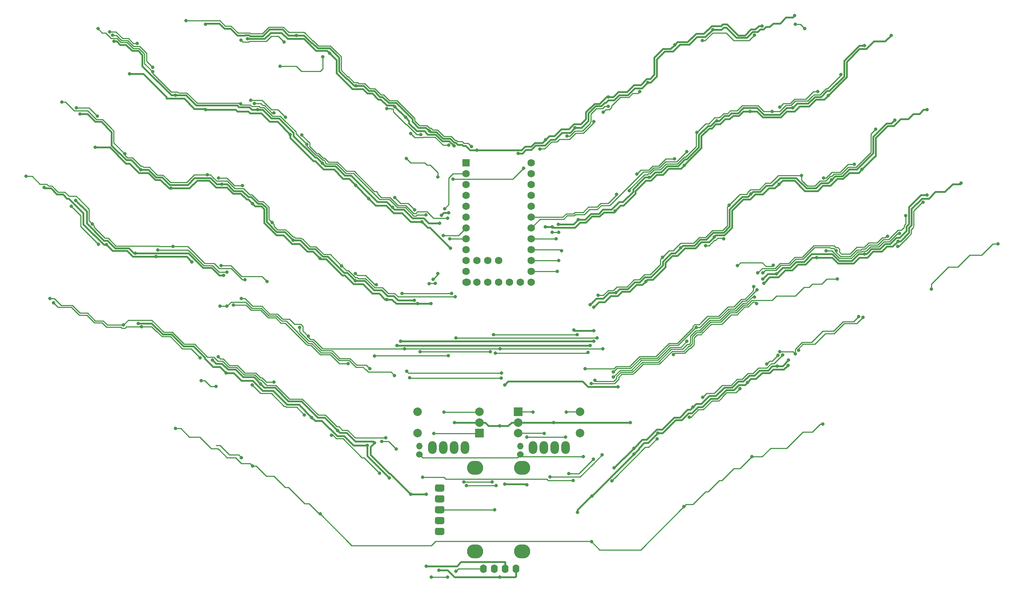
<source format=gbr>
%TF.GenerationSoftware,KiCad,Pcbnew,(5.1.10)-1*%
%TF.CreationDate,2021-09-02T22:31:59-07:00*%
%TF.ProjectId,barobord,6261726f-626f-4726-942e-6b696361645f,rev?*%
%TF.SameCoordinates,Original*%
%TF.FileFunction,Copper,L1,Top*%
%TF.FilePolarity,Positive*%
%FSLAX46Y46*%
G04 Gerber Fmt 4.6, Leading zero omitted, Abs format (unit mm)*
G04 Created by KiCad (PCBNEW (5.1.10)-1) date 2021-09-02 22:31:59*
%MOMM*%
%LPD*%
G01*
G04 APERTURE LIST*
%TA.AperFunction,ComponentPad*%
%ADD10C,1.752600*%
%TD*%
%TA.AperFunction,ComponentPad*%
%ADD11R,1.752600X1.752600*%
%TD*%
%TA.AperFunction,ComponentPad*%
%ADD12O,2.000000X3.000000*%
%TD*%
%TA.AperFunction,ComponentPad*%
%ADD13O,1.524000X1.524000*%
%TD*%
%TA.AperFunction,ComponentPad*%
%ADD14C,1.524000*%
%TD*%
%TA.AperFunction,ComponentPad*%
%ADD15R,2.000000X2.000000*%
%TD*%
%TA.AperFunction,ComponentPad*%
%ADD16C,2.000000*%
%TD*%
%TA.AperFunction,ComponentPad*%
%ADD17O,1.600000X2.000000*%
%TD*%
%TA.AperFunction,ComponentPad*%
%ADD18O,3.800000X3.300000*%
%TD*%
%TA.AperFunction,ViaPad*%
%ADD19C,0.800000*%
%TD*%
%TA.AperFunction,Conductor*%
%ADD20C,0.381000*%
%TD*%
%TA.AperFunction,Conductor*%
%ADD21C,0.254000*%
%TD*%
G04 APERTURE END LIST*
D10*
%TO.P,U2,1*%
%TO.N,led*%
X138232593Y-57330404D03*
%TO.P,U2,2*%
%TO.N,col0*%
X138232593Y-59870404D03*
%TO.P,U2,3*%
%TO.N,GND*%
X138232593Y-62410404D03*
%TO.P,U2,4*%
X138232593Y-64950404D03*
%TO.P,U2,5*%
%TO.N,sda*%
X138232593Y-67490404D03*
%TO.P,U2,6*%
%TO.N,scl*%
X138232593Y-70030404D03*
%TO.P,U2,7*%
%TO.N,col1*%
X138232593Y-72570404D03*
%TO.P,U2,8*%
%TO.N,col2*%
X138232593Y-75110404D03*
%TO.P,U2,9*%
%TO.N,col3*%
X138232593Y-77650404D03*
%TO.P,U2,10*%
%TO.N,col4*%
X138232593Y-80190404D03*
%TO.P,U2,11*%
%TO.N,row3*%
X138232593Y-82730404D03*
%TO.P,U2,13*%
%TO.N,ENC2A*%
X153472593Y-85270404D03*
%TO.P,U2,14*%
%TO.N,col10*%
X153472593Y-82730404D03*
%TO.P,U2,15*%
%TO.N,col9*%
X153472593Y-80190404D03*
%TO.P,U2,16*%
%TO.N,col8*%
X153472593Y-77650404D03*
%TO.P,U2,17*%
%TO.N,col7*%
X153472593Y-75110404D03*
%TO.P,U2,18*%
%TO.N,col6*%
X153472593Y-72570404D03*
%TO.P,U2,19*%
%TO.N,col5*%
X153472593Y-70030404D03*
%TO.P,U2,20*%
%TO.N,row1*%
X153472593Y-67490404D03*
%TO.P,U2,21*%
%TO.N,+5V*%
X153472593Y-64950404D03*
%TO.P,U2,22*%
%TO.N,RESET*%
X153472593Y-62410404D03*
%TO.P,U2,23*%
%TO.N,GND*%
X153472593Y-59870404D03*
%TO.P,U2,12*%
%TO.N,row2*%
X138232593Y-85270404D03*
%TO.P,U2,24*%
%TO.N,row0*%
X153472593Y-57330404D03*
%TO.P,U2,31*%
%TO.N,ENC1B*%
X140772593Y-80190404D03*
%TO.P,U2,32*%
%TO.N,ENC1A*%
X143312593Y-80190404D03*
%TO.P,U2,33*%
%TO.N,ENC2B*%
X145852593Y-80190404D03*
%TD*%
%TO.P,U1,25*%
%TO.N,ENC1B*%
X140772593Y-85270404D03*
%TO.P,U1,26*%
%TO.N,ENC1A*%
X143312593Y-85270404D03*
%TO.P,U1,27*%
%TO.N,ENC2B*%
X145852593Y-85270404D03*
%TO.P,U1,28*%
%TO.N,Net-(U1-Pad28)*%
X148392593Y-85270404D03*
%TO.P,U1,29*%
%TO.N,Net-(U1-Pad29)*%
X150932593Y-85270404D03*
%TO.P,U1,24*%
%TO.N,row0*%
X153472593Y-57330404D03*
%TO.P,U1,12*%
%TO.N,row2*%
X138461193Y-85270404D03*
%TO.P,U1,23*%
%TO.N,GND*%
X153472593Y-59870404D03*
%TO.P,U1,22*%
%TO.N,RESET*%
X153472593Y-62410404D03*
%TO.P,U1,21*%
%TO.N,+5V*%
X153472593Y-64950404D03*
%TO.P,U1,20*%
%TO.N,row1*%
X153472593Y-67490404D03*
%TO.P,U1,19*%
%TO.N,col5*%
X153472593Y-70030404D03*
%TO.P,U1,18*%
%TO.N,col6*%
X153472593Y-72570404D03*
%TO.P,U1,17*%
%TO.N,col7*%
X153472593Y-75110404D03*
%TO.P,U1,16*%
%TO.N,col8*%
X153472593Y-77650404D03*
%TO.P,U1,15*%
%TO.N,col9*%
X153472593Y-80190404D03*
%TO.P,U1,14*%
%TO.N,col10*%
X153472593Y-82730404D03*
%TO.P,U1,13*%
%TO.N,ENC2A*%
X153472593Y-85270404D03*
%TO.P,U1,11*%
%TO.N,row3*%
X138232593Y-82730404D03*
%TO.P,U1,10*%
%TO.N,col4*%
X138232593Y-80190404D03*
%TO.P,U1,9*%
%TO.N,col3*%
X138232593Y-77650404D03*
%TO.P,U1,8*%
%TO.N,col2*%
X138232593Y-75110404D03*
%TO.P,U1,7*%
%TO.N,col1*%
X138232593Y-72570404D03*
%TO.P,U1,6*%
%TO.N,scl*%
X138232593Y-70030404D03*
%TO.P,U1,5*%
%TO.N,sda*%
X138232593Y-67490404D03*
%TO.P,U1,4*%
%TO.N,GND*%
X138232593Y-64950404D03*
%TO.P,U1,3*%
X138232593Y-62410404D03*
%TO.P,U1,2*%
%TO.N,col0*%
X138232593Y-59870404D03*
D11*
%TO.P,U1,1*%
%TO.N,led*%
X138232593Y-57330404D03*
%TD*%
D12*
%TO.P,SW45,NC*%
%TO.N,Net-(SW45-PadNC)*%
X161522593Y-123908404D03*
%TO.P,SW45,C*%
%TO.N,GND*%
X158982593Y-123908404D03*
%TO.P,SW45,B*%
%TO.N,ENC2B*%
X156442593Y-123908404D03*
%TO.P,SW45,A*%
%TO.N,ENC2A*%
X153902593Y-123908404D03*
D13*
%TO.P,SW45,S2*%
%TO.N,Net-(D82-Pad2)*%
X150902593Y-123558404D03*
D14*
%TO.P,SW45,S1*%
%TO.N,col10*%
X150902593Y-125558404D03*
%TD*%
D15*
%TO.P,SW43,A*%
%TO.N,ENC2A*%
X150352593Y-115558404D03*
D16*
%TO.P,SW43,C*%
%TO.N,GND*%
X150352593Y-118058404D03*
%TO.P,SW43,B*%
%TO.N,ENC2B*%
X150352593Y-120558404D03*
%TO.P,SW43,S2*%
%TO.N,Net-(D82-Pad2)*%
X164852593Y-115558404D03*
%TO.P,SW43,S1*%
%TO.N,col10*%
X164852593Y-120558404D03*
%TD*%
D15*
%TO.P,SW42,A*%
%TO.N,ENC1A*%
X141352593Y-120558404D03*
D16*
%TO.P,SW42,C*%
%TO.N,GND*%
X141352593Y-118058404D03*
%TO.P,SW42,B*%
%TO.N,ENC1B*%
X141352593Y-115558404D03*
%TO.P,SW42,S2*%
%TO.N,Net-(D81-Pad2)*%
X126852593Y-120558404D03*
%TO.P,SW42,S1*%
%TO.N,col10*%
X126852593Y-115558404D03*
%TD*%
D12*
%TO.P,SW44,NC*%
%TO.N,Net-(SW44-PadNC)*%
X137922593Y-123908404D03*
%TO.P,SW44,C*%
%TO.N,GND*%
X135382593Y-123908404D03*
%TO.P,SW44,B*%
%TO.N,ENC1B*%
X132842593Y-123908404D03*
%TO.P,SW44,A*%
%TO.N,ENC1A*%
X130302593Y-123908404D03*
D13*
%TO.P,SW44,S2*%
%TO.N,Net-(D81-Pad2)*%
X127302593Y-123558404D03*
D14*
%TO.P,SW44,S1*%
%TO.N,col10*%
X127302593Y-125558404D03*
%TD*%
D17*
%TO.P,Brd1,2*%
%TO.N,+5V*%
X147332593Y-152258404D03*
%TO.P,Brd1,1*%
%TO.N,GND*%
X149872593Y-152258404D03*
%TO.P,Brd1,3*%
%TO.N,scl*%
X144792593Y-152258404D03*
%TO.P,Brd1,4*%
%TO.N,sda*%
X142252593Y-152258404D03*
%TD*%
D18*
%TO.P,J1,9*%
%TO.N,N/C*%
X140352593Y-128658404D03*
%TO.P,J1,8*%
X151352593Y-128658404D03*
%TO.P,J1,7*%
X151352593Y-148258404D03*
%TO.P,J1,6*%
X140352593Y-148258404D03*
%TO.P,J1,1*%
%TO.N,+5V*%
%TA.AperFunction,ComponentPad*%
G36*
G01*
X133128593Y-132953404D02*
X133128593Y-133803404D01*
G75*
G02*
X132703593Y-134228404I-425000J0D01*
G01*
X131353593Y-134228404D01*
G75*
G02*
X130928593Y-133803404I0J425000D01*
G01*
X130928593Y-132953404D01*
G75*
G02*
X131353593Y-132528404I425000J0D01*
G01*
X132703593Y-132528404D01*
G75*
G02*
X133128593Y-132953404I0J-425000D01*
G01*
G37*
%TD.AperFunction*%
%TO.P,J1,2*%
%TO.N,sda*%
%TA.AperFunction,ComponentPad*%
G36*
G01*
X132703593Y-136768404D02*
X131353593Y-136768404D01*
G75*
G02*
X130928593Y-136343404I0J425000D01*
G01*
X130928593Y-135493404D01*
G75*
G02*
X131353593Y-135068404I425000J0D01*
G01*
X132703593Y-135068404D01*
G75*
G02*
X133128593Y-135493404I0J-425000D01*
G01*
X133128593Y-136343404D01*
G75*
G02*
X132703593Y-136768404I-425000J0D01*
G01*
G37*
%TD.AperFunction*%
%TO.P,J1,3*%
%TO.N,scl*%
%TA.AperFunction,ComponentPad*%
G36*
G01*
X132703593Y-139308404D02*
X131353593Y-139308404D01*
G75*
G02*
X130928593Y-138883404I0J425000D01*
G01*
X130928593Y-138033404D01*
G75*
G02*
X131353593Y-137608404I425000J0D01*
G01*
X132703593Y-137608404D01*
G75*
G02*
X133128593Y-138033404I0J-425000D01*
G01*
X133128593Y-138883404D01*
G75*
G02*
X132703593Y-139308404I-425000J0D01*
G01*
G37*
%TD.AperFunction*%
%TO.P,J1,4*%
%TO.N,Net-(J1-Pad4)*%
%TA.AperFunction,ComponentPad*%
G36*
G01*
X132703593Y-141848404D02*
X131353593Y-141848404D01*
G75*
G02*
X130928593Y-141423404I0J425000D01*
G01*
X130928593Y-140573404D01*
G75*
G02*
X131353593Y-140148404I425000J0D01*
G01*
X132703593Y-140148404D01*
G75*
G02*
X133128593Y-140573404I0J-425000D01*
G01*
X133128593Y-141423404D01*
G75*
G02*
X132703593Y-141848404I-425000J0D01*
G01*
G37*
%TD.AperFunction*%
%TO.P,J1,5*%
%TO.N,GND*%
%TA.AperFunction,ComponentPad*%
G36*
G01*
X132703593Y-144388404D02*
X131353593Y-144388404D01*
G75*
G02*
X130928593Y-143963404I0J425000D01*
G01*
X130928593Y-143113404D01*
G75*
G02*
X131353593Y-142688404I425000J0D01*
G01*
X132703593Y-142688404D01*
G75*
G02*
X133128593Y-143113404I0J-425000D01*
G01*
X133128593Y-143963404D01*
G75*
G02*
X132703593Y-144388404I-425000J0D01*
G01*
G37*
%TD.AperFunction*%
%TD*%
D19*
%TO.N,GND*%
X131852593Y-152658404D03*
X146052593Y-118858404D03*
X146052593Y-154258404D03*
X135452593Y-118058404D03*
X158652593Y-118058404D03*
X55852593Y-28858404D03*
X77252593Y-24858404D03*
X129634666Y-49858404D03*
X112452593Y-39258404D03*
X70252593Y-41458404D03*
X89452593Y-44858404D03*
X104552593Y-57358404D03*
X121011561Y-67699436D03*
X132052593Y-71458404D03*
X126052593Y-89458404D03*
X112252593Y-84867904D03*
X97711561Y-75399436D03*
X81052593Y-62267904D03*
X62052593Y-58867904D03*
X47852593Y-45858404D03*
X115052593Y-123458404D03*
X82052593Y-106458404D03*
X61452593Y-94858404D03*
X65652593Y-79258404D03*
X74052593Y-80458404D03*
X54052593Y-76458404D03*
X39452593Y-63058404D03*
X102052593Y-116858404D03*
X120252593Y-131058404D03*
X207452593Y-25258404D03*
X187052593Y-29658404D03*
X171452593Y-41858404D03*
X156852593Y-51858404D03*
X164414102Y-70600668D03*
X196902571Y-47467904D03*
X214652593Y-44467904D03*
X231452593Y-29867904D03*
X181052593Y-60658404D03*
X122052593Y-100058404D03*
X167252593Y-100058404D03*
X167252593Y-90458404D03*
X173252593Y-87658404D03*
X188393625Y-77199436D03*
X204793625Y-64599436D03*
X223693625Y-61299436D03*
X238493625Y-47299436D03*
X177452593Y-125458404D03*
X183111561Y-120517372D03*
X204052593Y-108658404D03*
X167652593Y-135258404D03*
X213511561Y-104717372D03*
X207610057Y-84488260D03*
X210852593Y-83258404D03*
X231452593Y-78667904D03*
X246052593Y-64867904D03*
X164252593Y-139058404D03*
X176652593Y-118058404D03*
X98452593Y-27458404D03*
X140744092Y-54310905D03*
X159792878Y-71667904D03*
X134168593Y-69014404D03*
X132403660Y-69535471D03*
%TO.N,+5V*%
X128852593Y-151658404D03*
X147252593Y-109258404D03*
X147252593Y-132458404D03*
X152452593Y-132658404D03*
X127852593Y-71058404D03*
X112352593Y-62558404D03*
X97052593Y-50658404D03*
X77252593Y-44858404D03*
X87033602Y-28239413D03*
X106252593Y-31658404D03*
X121552593Y-44158404D03*
X59452593Y-36458404D03*
X51452593Y-53658404D03*
X126852593Y-90258404D03*
X116811561Y-122817372D03*
X90111561Y-108999436D03*
X78852593Y-103458404D03*
X81452593Y-83658404D03*
X60852593Y-78458404D03*
X46852593Y-66058404D03*
X108152593Y-119958404D03*
X128852593Y-134858404D03*
X125252593Y-134858404D03*
X119652593Y-89258404D03*
X163711561Y-49117372D03*
X180711561Y-38517372D03*
X195911561Y-26117372D03*
X215052593Y-22858404D03*
X237652593Y-27458404D03*
X222952593Y-41558404D03*
X204652593Y-45258404D03*
X189252593Y-57858404D03*
X173111561Y-68517372D03*
X122852593Y-99058404D03*
X168052593Y-99058404D03*
X168052593Y-91058404D03*
X246052593Y-44858404D03*
X180252593Y-85058404D03*
X196252593Y-74658404D03*
X211452593Y-62258404D03*
X230852593Y-58858404D03*
X177452593Y-124058404D03*
X191252593Y-114458404D03*
X211052593Y-104858404D03*
X172852593Y-128658404D03*
X213652593Y-103458404D03*
X207852593Y-85458404D03*
X220252593Y-79458404D03*
X239252593Y-75658404D03*
X254052593Y-62058404D03*
X135393625Y-53317372D03*
X103969703Y-79671778D03*
X69102571Y-63248904D03*
X88252593Y-66858404D03*
X150424593Y-55101405D03*
X158333593Y-72316404D03*
X168052593Y-96598404D03*
X163448593Y-96446404D03*
X156774593Y-72316404D03*
X173779561Y-109667436D03*
X134555660Y-77275471D03*
X130012593Y-90258404D03*
X115439593Y-65645404D03*
X124032593Y-46638404D03*
%TO.N,row0*%
X52052593Y-25858404D03*
X64911561Y-35999436D03*
X85443093Y-43467904D03*
X100911561Y-52999436D03*
X176407870Y-63785191D03*
X192191990Y-50179399D03*
X209852593Y-45267904D03*
X225881083Y-36658404D03*
X168097069Y-47679827D03*
X155504593Y-54048904D03*
X151694593Y-58600404D03*
X135184593Y-61140404D03*
X128828526Y-69528471D03*
X124262593Y-56314404D03*
X131628593Y-60632404D03*
%TO.N,row1*%
X43652593Y-43058404D03*
X58322397Y-55188600D03*
X77652593Y-60067904D03*
X92822397Y-71288600D03*
X109111561Y-81399436D03*
X135852593Y-98267904D03*
X168852593Y-98258404D03*
X169091084Y-88267904D03*
X184182789Y-79388600D03*
X199782789Y-67188600D03*
X216652593Y-60258404D03*
X234052593Y-49458404D03*
X159868693Y-73540303D03*
X158333593Y-73524842D03*
X135652593Y-88658404D03*
%TO.N,row2*%
X35252593Y-60458404D03*
X50711561Y-71599436D03*
X69652593Y-76858404D03*
X86452593Y-84658404D03*
X85652593Y-89058404D03*
X101266660Y-97844337D03*
X170202528Y-100808426D03*
X172652593Y-106258404D03*
X192052593Y-95858404D03*
X206262093Y-87022572D03*
X207652593Y-83058404D03*
X224852593Y-77858404D03*
X241081083Y-69658404D03*
X121852593Y-124258404D03*
X118452593Y-122458404D03*
X123798583Y-100848904D03*
X146198583Y-100848904D03*
%TO.N,row3*%
X41652593Y-90058404D03*
X62252593Y-95658404D03*
X75993625Y-102917372D03*
X70252593Y-119458404D03*
X88252593Y-128258404D03*
X104052593Y-139458404D03*
X221652593Y-118458404D03*
X215966660Y-101172471D03*
X231052593Y-93458404D03*
X205052593Y-126058404D03*
X189152593Y-137758404D03*
X167552593Y-145958404D03*
X162252593Y-130058404D03*
X168038526Y-126644337D03*
X166737040Y-101646947D03*
X145052593Y-101858404D03*
%TO.N,led*%
X72652593Y-24058404D03*
X64895336Y-34955076D03*
X55466660Y-27404403D03*
X139502593Y-53520404D03*
%TO.N,Net-(D41-Pad2)*%
X61252593Y-29331404D03*
X54831128Y-26632327D03*
%TO.N,Net-(D42-Pad2)*%
X51910339Y-46356148D03*
X47052593Y-44404403D03*
%TO.N,Net-(D43-Pad2)*%
X45852593Y-67458404D03*
X52193625Y-76317372D03*
%TO.N,Net-(D47-Pad2)*%
X85574634Y-28580445D03*
X95652593Y-29058404D03*
%TO.N,Net-(D48-Pad2)*%
X104652593Y-32458404D03*
X94652593Y-34658404D03*
X93252593Y-45613894D03*
X88652593Y-43399536D03*
%TO.N,Net-(D49-Pad2)*%
X95975199Y-46621008D03*
X87852593Y-42658404D03*
%TO.N,Net-(D50-Pad2)*%
X85852593Y-62613894D03*
X80252593Y-60813903D03*
%TO.N,Net-(D51-Pad2)*%
X80866660Y-81331404D03*
X91652593Y-85058404D03*
%TO.N,Net-(D54-Pad2)*%
X119652593Y-44629914D03*
X127652593Y-50658404D03*
%TO.N,Net-(D55-Pad2)*%
X134134657Y-53176340D03*
X125252593Y-50458404D03*
%TO.N,Net-(D56-Pad2)*%
X126187693Y-68323304D03*
X121487694Y-65423303D03*
%TO.N,Net-(D57-Pad2)*%
X117232595Y-85813894D03*
X112327844Y-83183153D03*
X110617493Y-104293504D03*
X83779593Y-90585404D03*
X76252593Y-108258404D03*
X79652593Y-109658404D03*
%TO.N,Net-(D58-Pad2)*%
X88193625Y-109317372D03*
X100393625Y-116317372D03*
%TO.N,Net-(D59-Pad2)*%
X106693625Y-121017372D03*
X117993625Y-129917372D03*
%TO.N,Net-(D60-Pad2)*%
X128052593Y-130858404D03*
X163252593Y-131658404D03*
%TO.N,Net-(D61-Pad2)*%
X172311561Y-131717372D03*
X182870529Y-121876340D03*
%TO.N,Net-(D62-Pad2)*%
X190416311Y-116812622D03*
X202311561Y-110117372D03*
%TO.N,Net-(D63-Pad2)*%
X208546804Y-104352615D03*
X211152771Y-102358582D03*
X206187959Y-90250038D03*
X186691217Y-102132048D03*
%TO.N,Net-(D66-Pad2)*%
X161852593Y-51048904D03*
X171452593Y-44058404D03*
%TO.N,Net-(D67-Pad2)*%
X178852593Y-40648904D03*
X170252593Y-45458404D03*
%TO.N,Net-(D68-Pad2)*%
X186938526Y-56331404D03*
X178138526Y-59944337D03*
%TO.N,Net-(D69-Pad2)*%
X194252593Y-76648904D03*
X198452593Y-75058404D03*
X201738526Y-81372471D03*
X210117493Y-81277394D03*
%TO.N,Net-(D73-Pad2)*%
X193452593Y-28648904D03*
X205652593Y-27448904D03*
%TO.N,Net-(D74-Pad2)*%
X215252593Y-24858404D03*
X217452593Y-25858404D03*
%TO.N,Net-(D75-Pad2)*%
X220452593Y-40613894D03*
X211590945Y-44291918D03*
%TO.N,Net-(D76-Pad2)*%
X229052593Y-57613894D03*
X221852593Y-60832884D03*
%TO.N,Net-(D77-Pad2)*%
X239211561Y-76817372D03*
X245111561Y-66517372D03*
%TO.N,RESET*%
X170052593Y-125658404D03*
X157852593Y-130804404D03*
%TO.N,col0*%
X40852593Y-89058404D03*
X130522668Y-84548331D03*
X119379593Y-121658404D03*
X58052593Y-95258404D03*
X133179593Y-68017470D03*
X131634660Y-83232337D03*
%TO.N,col1*%
X66052593Y-77667904D03*
X82252593Y-82858404D03*
X82252593Y-90858404D03*
X80652593Y-90858404D03*
X129536762Y-85602369D03*
X121466660Y-107072471D03*
X132898593Y-74348404D03*
X130990763Y-85524404D03*
%TO.N,col2*%
X85652593Y-126258404D03*
X99725628Y-50785369D03*
X80243093Y-102706356D03*
X93252593Y-108613894D03*
X134387593Y-75110404D03*
X133914593Y-70284404D03*
%TO.N,col3*%
X115652593Y-105458404D03*
X99252593Y-95858404D03*
X134052593Y-102458404D03*
X116738526Y-102544337D03*
%TO.N,col4*%
X123252593Y-87858404D03*
X134852593Y-87858404D03*
%TO.N,col5*%
X189852593Y-99058404D03*
X172643093Y-107458404D03*
X173438526Y-64644337D03*
%TO.N,col6*%
X212281083Y-102258404D03*
X193593625Y-112199436D03*
X189852593Y-54658404D03*
%TO.N,col7*%
X230052593Y-93258404D03*
X205639427Y-88673372D03*
X211638526Y-101472471D03*
X215239660Y-101972687D03*
X159314593Y-75110404D03*
X168325593Y-108185414D03*
%TO.N,col8*%
X239593625Y-73799436D03*
X222452593Y-77867904D03*
X225052593Y-84458404D03*
X160578526Y-77910471D03*
X167462603Y-108912414D03*
%TO.N,col9*%
X262652593Y-76258404D03*
X247052593Y-86858404D03*
X236800819Y-74508110D03*
X205535093Y-86213286D03*
X206438526Y-83072471D03*
X159851526Y-80190404D03*
X166040593Y-105458404D03*
%TO.N,sda*%
X135852593Y-152858404D03*
X133852593Y-154258404D03*
X130052593Y-154258404D03*
X137652593Y-131985404D03*
X144252593Y-131985404D03*
X146466660Y-106472471D03*
X124306593Y-106098404D03*
%TO.N,scl*%
X144852593Y-138458404D03*
X138252593Y-132858404D03*
X145252593Y-132858404D03*
X146452593Y-107658404D03*
X125024593Y-107622404D03*
%TO.N,Net-(D82-Pad2)*%
X161652593Y-115658404D03*
X161452593Y-121458404D03*
X152452593Y-121458404D03*
%TO.N,ENC1B*%
X133052593Y-115658404D03*
%TO.N,ENC1A*%
X130652593Y-120658404D03*
%TO.N,col10*%
X165652593Y-126058404D03*
X127452593Y-101531394D03*
X143852593Y-101531394D03*
X159562526Y-82736471D03*
X164175593Y-97540904D03*
X144652593Y-97540904D03*
%TO.N,ENC2B*%
X156452593Y-120658404D03*
%TO.N,ENC2A*%
X153852593Y-115658404D03*
%TD*%
D20*
%TO.N,GND*%
X146052593Y-118858404D02*
X143452593Y-118858404D01*
X143452593Y-118858404D02*
X142652593Y-118058404D01*
X142652593Y-118058404D02*
X141352593Y-118058404D01*
X149652593Y-118058404D02*
X150952593Y-118058404D01*
X146052593Y-118858404D02*
X148052593Y-118858404D01*
X148852593Y-118058404D02*
X150352593Y-118058404D01*
X148052593Y-118858404D02*
X148852593Y-118058404D01*
X140852593Y-154258404D02*
X146052593Y-154258404D01*
X149872593Y-154038404D02*
X149652593Y-154258404D01*
X149872593Y-152258404D02*
X149872593Y-154038404D01*
X146052593Y-154258404D02*
X149652593Y-154258404D01*
X131852593Y-152658404D02*
X133852593Y-152658404D01*
X135452593Y-154258404D02*
X140852593Y-154258404D01*
X133852593Y-152658404D02*
X135452593Y-154258404D01*
X135452593Y-118058404D02*
X141352593Y-118058404D01*
X155852593Y-118058404D02*
X150352593Y-118058404D01*
X155852593Y-118058404D02*
X158652593Y-118058404D01*
X129652593Y-71458404D02*
X129452593Y-71458404D01*
X129452593Y-71458404D02*
X128252593Y-70258404D01*
X128252593Y-70258404D02*
X125652593Y-70258404D01*
X125652593Y-70258404D02*
X123652593Y-68258404D01*
X123652593Y-68258404D02*
X121452593Y-68258404D01*
X121452593Y-68258404D02*
X119652593Y-66458404D01*
X119652593Y-66458404D02*
X117452593Y-66458404D01*
X117452593Y-66458404D02*
X111252593Y-60258404D01*
X111252593Y-60258404D02*
X109852593Y-60258404D01*
X109852593Y-60258404D02*
X107652593Y-58058404D01*
X107652593Y-58058404D02*
X105252593Y-58058404D01*
X103252593Y-56058404D02*
X102852593Y-56058404D01*
X102852593Y-56058404D02*
X97852593Y-51058404D01*
X97852593Y-51058404D02*
X97852593Y-50258404D01*
X97852593Y-50258404D02*
X94452593Y-46858404D01*
X94452593Y-46858404D02*
X92652593Y-46858404D01*
X92652593Y-46858404D02*
X90652593Y-44858404D01*
X56452593Y-28858404D02*
X55852593Y-28858404D01*
X58652593Y-29658404D02*
X57252593Y-29658404D01*
X60052593Y-31058404D02*
X58652593Y-29658404D01*
X61452593Y-31058404D02*
X60052593Y-31058404D01*
X62452593Y-34658404D02*
X62452593Y-32058404D01*
X57252593Y-29658404D02*
X56452593Y-28858404D01*
X62452593Y-32058404D02*
X61452593Y-31058404D01*
X69252593Y-41458404D02*
X62452593Y-34658404D01*
X112052593Y-39258404D02*
X110452593Y-37658404D01*
X110452593Y-37658404D02*
X110252593Y-37658404D01*
X110252593Y-37658404D02*
X108452593Y-35858404D01*
X108452593Y-35858404D02*
X108452593Y-32658404D01*
X112452593Y-39258404D02*
X112052593Y-39258404D01*
X70252593Y-41458404D02*
X69252593Y-41458404D01*
X90652593Y-44858404D02*
X89452593Y-44858404D01*
X104552593Y-57358404D02*
X103252593Y-56058404D01*
X105252593Y-58058404D02*
X104552593Y-57358404D01*
X132052593Y-71458404D02*
X129652593Y-71458404D01*
X126052593Y-89458404D02*
X122252593Y-89458404D01*
X122252593Y-89458404D02*
X121252593Y-88458404D01*
X121252593Y-88458404D02*
X119852593Y-88458404D01*
X119852593Y-88458404D02*
X118452593Y-87058404D01*
X118452593Y-87058404D02*
X116652593Y-87058404D01*
X114462093Y-84867904D02*
X112252593Y-84867904D01*
X116652593Y-87058404D02*
X114462093Y-84867904D01*
X112252593Y-84867904D02*
X110443093Y-83058404D01*
X110443093Y-83058404D02*
X109652593Y-83058404D01*
X105852593Y-79258404D02*
X104674265Y-79258404D01*
X109652593Y-83058404D02*
X105852593Y-79258404D01*
X102874265Y-77458404D02*
X101452593Y-77458404D01*
X104674265Y-79258404D02*
X102874265Y-77458404D01*
X99393625Y-75399436D02*
X97711561Y-75399436D01*
X101452593Y-77458404D02*
X99393625Y-75399436D01*
X97711561Y-75399436D02*
X95770529Y-73458404D01*
X95770529Y-73458404D02*
X93874265Y-73458404D01*
X90474265Y-66858404D02*
X89474265Y-66858404D01*
X91533602Y-67917741D02*
X90474265Y-66858404D01*
X91533603Y-71117742D02*
X91533602Y-67917741D01*
X93874265Y-73458404D02*
X91533603Y-71117742D01*
X87252593Y-65258404D02*
X87233603Y-65277394D01*
X87874265Y-65258404D02*
X87252593Y-65258404D01*
X89474265Y-66858404D02*
X87874265Y-65258404D01*
X87233603Y-65277394D02*
X85814613Y-63858404D01*
X85814613Y-63858404D02*
X83874265Y-63858404D01*
X82283765Y-62267904D02*
X81052593Y-62267904D01*
X83874265Y-63858404D02*
X82283765Y-62267904D01*
X81052593Y-62267904D02*
X79862093Y-62267904D01*
X79862093Y-62267904D02*
X78452593Y-60858404D01*
X78452593Y-60858404D02*
X74652593Y-60858404D01*
X74652593Y-60858404D02*
X73052593Y-62458404D01*
X73052593Y-62458404D02*
X68852593Y-62458404D01*
X67052593Y-60658404D02*
X65674265Y-60658404D01*
X68852593Y-62458404D02*
X67052593Y-60658404D01*
X63883765Y-58867904D02*
X62052593Y-58867904D01*
X65674265Y-60658404D02*
X63883765Y-58867904D01*
X62052593Y-58867904D02*
X59843093Y-56658404D01*
X58674265Y-56658404D02*
X55252593Y-53236732D01*
X59843093Y-56658404D02*
X58674265Y-56658404D01*
X55252593Y-53236732D02*
X55252593Y-50058404D01*
X55252593Y-50058404D02*
X52852593Y-47658404D01*
X52852593Y-47658404D02*
X51452593Y-47658404D01*
X49652593Y-45858404D02*
X47852593Y-45858404D01*
X51452593Y-47658404D02*
X49652593Y-45858404D01*
X82052593Y-106458404D02*
X80652593Y-105058404D01*
X80652593Y-105058404D02*
X79052593Y-105058404D01*
X79052593Y-105058404D02*
X77052593Y-103058404D01*
X77052593Y-103058404D02*
X77052593Y-102858404D01*
X77052593Y-102858404D02*
X74452593Y-100258404D01*
X74452593Y-100258404D02*
X72052593Y-100258404D01*
X72052593Y-100258404D02*
X69252593Y-97458404D01*
X69252593Y-97458404D02*
X67252593Y-97458404D01*
X67252593Y-97458404D02*
X64652593Y-94858404D01*
X64652593Y-94858404D02*
X61452593Y-94858404D01*
X72852593Y-79258404D02*
X74052593Y-80458404D01*
X65652593Y-79258404D02*
X72852593Y-79258404D01*
X65652593Y-79258404D02*
X60252593Y-79258404D01*
X60252593Y-79258404D02*
X58852593Y-77858404D01*
X55452593Y-77858404D02*
X54052593Y-76458404D01*
X58852593Y-77858404D02*
X55452593Y-77858404D01*
X54052593Y-76458404D02*
X53452593Y-76458404D01*
X53452593Y-76458404D02*
X48652593Y-71658404D01*
X48652593Y-71658404D02*
X48652593Y-69058404D01*
X48652593Y-69058404D02*
X45252593Y-65658404D01*
X45252593Y-65658404D02*
X44852593Y-65658404D01*
X44852593Y-65658404D02*
X43852593Y-64658404D01*
X43852593Y-64658404D02*
X42452593Y-64658404D01*
X42452593Y-64658404D02*
X41052593Y-63258404D01*
X39652593Y-63258404D02*
X39452593Y-63058404D01*
X41052593Y-63258404D02*
X39652593Y-63258404D01*
X90652593Y-110658404D02*
X88252593Y-108258404D01*
X93052593Y-110658404D02*
X90652593Y-110658404D01*
X85652593Y-108258404D02*
X83852593Y-106458404D01*
X96252593Y-113858404D02*
X93052593Y-110658404D01*
X99052593Y-113858404D02*
X96252593Y-113858404D01*
X88252593Y-108258404D02*
X85652593Y-108258404D01*
X83852593Y-106458404D02*
X82052593Y-106458404D01*
X108052593Y-121258404D02*
X104452593Y-117658404D01*
X109652593Y-121258404D02*
X108052593Y-121258404D01*
X104452593Y-117658404D02*
X102852593Y-117658404D01*
X111852593Y-123458404D02*
X109652593Y-121258404D01*
X115052593Y-123458404D02*
X111852593Y-123458404D01*
X102052593Y-116858404D02*
X99052593Y-113858404D01*
X102852593Y-117658404D02*
X102052593Y-116858404D01*
X115052593Y-123458404D02*
X115052593Y-125858404D01*
X115052593Y-125858404D02*
X117452593Y-128258404D01*
X117452593Y-128258404D02*
X120252593Y-131058404D01*
X153452593Y-53458404D02*
X154252593Y-52658404D01*
X154252593Y-52658404D02*
X156052593Y-52658404D01*
X157652593Y-51058404D02*
X158852593Y-51058404D01*
X158852593Y-51058404D02*
X160452593Y-49458404D01*
X160452593Y-49458404D02*
X162252593Y-49458404D01*
X162252593Y-49458404D02*
X163452593Y-48258404D01*
X163452593Y-48258404D02*
X165052593Y-48258404D01*
X165052593Y-48258404D02*
X166252593Y-47058404D01*
X166252593Y-47058404D02*
X166252593Y-45458404D01*
X166252593Y-45458404D02*
X168252593Y-43458404D01*
X168252593Y-43458404D02*
X169452593Y-43458404D01*
X169452593Y-43458404D02*
X171052593Y-41858404D01*
X172652593Y-41858404D02*
X173852593Y-40658404D01*
X173852593Y-40658404D02*
X175852593Y-40658404D01*
X175852593Y-40658404D02*
X177452593Y-39058404D01*
X177452593Y-39058404D02*
X179052593Y-39058404D01*
X179052593Y-39058404D02*
X180452593Y-37658404D01*
X180452593Y-37658404D02*
X181252593Y-37658404D01*
X181252593Y-37658404D02*
X182252593Y-36658404D01*
X182252593Y-36658404D02*
X182252593Y-32658404D01*
X182252593Y-32658404D02*
X184252593Y-30658404D01*
X184252593Y-30658404D02*
X186052593Y-30658404D01*
X187652593Y-29058404D02*
X190052593Y-29058404D01*
X190052593Y-29058404D02*
X192052593Y-27058404D01*
X192052593Y-27058404D02*
X193852593Y-27058404D01*
X193852593Y-27058404D02*
X195652593Y-25258404D01*
X195652593Y-25258404D02*
X197852593Y-25258404D01*
X197852593Y-25258404D02*
X198252593Y-24858404D01*
X198252593Y-24858404D02*
X199252593Y-24858404D01*
X199252593Y-24858404D02*
X201852593Y-27458404D01*
X201852593Y-27458404D02*
X203452593Y-27458404D01*
X203452593Y-27458404D02*
X204852593Y-26058404D01*
X207452593Y-25258404D02*
X206652593Y-25258404D01*
X206652593Y-25258404D02*
X205852593Y-26058404D01*
X204852593Y-26058404D02*
X205852593Y-26058404D01*
X187052593Y-29658404D02*
X187652593Y-29058404D01*
X186052593Y-30658404D02*
X187052593Y-29658404D01*
X171452593Y-41858404D02*
X172652593Y-41858404D01*
X171052593Y-41858404D02*
X171452593Y-41858404D01*
X156852593Y-51858404D02*
X157652593Y-51058404D01*
X156052593Y-52658404D02*
X156852593Y-51858404D01*
X164414102Y-70600668D02*
X166088657Y-70600668D01*
X166088657Y-70600668D02*
X167430921Y-69258404D01*
X169230921Y-69258404D02*
X170230921Y-68258404D01*
X167430921Y-69258404D02*
X169230921Y-69258404D01*
X170230921Y-68258404D02*
X172252593Y-68258404D01*
X172252593Y-68258404D02*
X174052593Y-66458404D01*
X174052593Y-66458404D02*
X174852593Y-66458404D01*
X177271583Y-64039414D02*
X177271583Y-63439414D01*
X174852593Y-66458404D02*
X177271583Y-64039414D01*
X177271583Y-63439414D02*
X179452593Y-61258404D01*
X179452593Y-61258404D02*
X180052593Y-60658404D01*
X181252593Y-60658404D02*
X182452593Y-59458404D01*
X182452593Y-59458404D02*
X183852593Y-59458404D01*
X185252593Y-58058404D02*
X187830921Y-58058404D01*
X183852593Y-59458404D02*
X185252593Y-58058404D01*
X189430921Y-56458404D02*
X189830921Y-56458404D01*
X187830921Y-58058404D02*
X189430921Y-56458404D01*
X192671583Y-53617742D02*
X192671584Y-50817741D01*
X189830921Y-56458404D02*
X192671583Y-53617742D01*
X194830921Y-48658404D02*
X195430921Y-48658404D01*
X192671584Y-50817741D02*
X194830921Y-48658404D01*
X196621421Y-47467904D02*
X196902571Y-47467904D01*
X195430921Y-48658404D02*
X196621421Y-47467904D01*
X211630921Y-46058404D02*
X213221421Y-44467904D01*
X207874265Y-46058404D02*
X211630921Y-46058404D01*
X203052593Y-44458404D02*
X206274265Y-44458404D01*
X202852593Y-44658404D02*
X203052593Y-44458404D01*
X206274265Y-44458404D02*
X207874265Y-46058404D01*
X202830921Y-44658404D02*
X202852593Y-44658404D01*
X201830921Y-45658404D02*
X202830921Y-44658404D01*
X213221421Y-44467904D02*
X214652593Y-44467904D01*
X199652593Y-46258404D02*
X200252593Y-45658404D01*
X198652593Y-46258404D02*
X199652593Y-46258404D01*
X200252593Y-45658404D02*
X201830921Y-45658404D01*
X197443093Y-47467904D02*
X198652593Y-46258404D01*
X196902571Y-47467904D02*
X197443093Y-47467904D01*
X181052593Y-60658404D02*
X181252593Y-60658404D01*
X180052593Y-60658404D02*
X181052593Y-60658404D01*
X122052593Y-100058404D02*
X167252593Y-100058404D01*
X167252593Y-90458404D02*
X168652593Y-89058404D01*
X168652593Y-89058404D02*
X170252593Y-89058404D01*
X171652593Y-87658404D02*
X173252593Y-87658404D01*
X170252593Y-89058404D02*
X171652593Y-87658404D01*
X173252593Y-87658404D02*
X174063429Y-86847568D01*
X174063429Y-86847568D02*
X176063429Y-86847568D01*
X176063429Y-86847568D02*
X177652593Y-85258404D01*
X177652593Y-85258404D02*
X178852593Y-85258404D01*
X178852593Y-85258404D02*
X180052593Y-84058404D01*
X180052593Y-84058404D02*
X181452593Y-84058404D01*
X184271584Y-80417741D02*
X186230921Y-78458404D01*
X184271583Y-81239414D02*
X184271584Y-80417741D01*
X181452593Y-84058404D02*
X184271583Y-81239414D01*
X187134657Y-78458404D02*
X188393625Y-77199436D01*
X186230921Y-78458404D02*
X187134657Y-78458404D01*
X188393625Y-77199436D02*
X188934657Y-76658404D01*
X191630921Y-76658404D02*
X193011931Y-75277394D01*
X188934657Y-76658404D02*
X191630921Y-76658404D01*
X193011931Y-75277394D02*
X194433603Y-75277394D01*
X194433603Y-75277394D02*
X196063429Y-73647568D01*
X196063429Y-73647568D02*
X198441757Y-73647568D01*
X199871584Y-68217741D02*
X202830921Y-65258404D01*
X199871583Y-72217742D02*
X199871584Y-68217741D01*
X198441757Y-73647568D02*
X199871583Y-72217742D01*
X204134657Y-65258404D02*
X204793625Y-64599436D01*
X202830921Y-65258404D02*
X204134657Y-65258404D01*
X204793625Y-64599436D02*
X205345493Y-64047568D01*
X207041757Y-64047568D02*
X207052593Y-64058404D01*
X205345493Y-64047568D02*
X207041757Y-64047568D01*
X207052593Y-64058404D02*
X208452593Y-62658404D01*
X208452593Y-62658404D02*
X209852593Y-62658404D01*
X209852593Y-62658404D02*
X211652593Y-60858404D01*
X211652593Y-60858404D02*
X215452593Y-60858404D01*
X215452593Y-60858404D02*
X217852593Y-63258404D01*
X217852593Y-63258404D02*
X220052593Y-63258404D01*
X220052593Y-63258404D02*
X221233603Y-62077394D01*
X222915667Y-62077394D02*
X223693625Y-61299436D01*
X221233603Y-62077394D02*
X222915667Y-62077394D01*
X223693625Y-61299436D02*
X224534657Y-60458404D01*
X226230921Y-60458404D02*
X227830921Y-58858404D01*
X224534657Y-60458404D02*
X226230921Y-60458404D01*
X227830921Y-58858404D02*
X229652593Y-58858404D01*
X229652593Y-58858404D02*
X230252593Y-58258404D01*
X230252593Y-58258404D02*
X233052593Y-55458404D01*
X233471584Y-51217741D02*
X236611931Y-48077394D01*
X233471583Y-55039414D02*
X233471584Y-51217741D01*
X233052593Y-55458404D02*
X233471583Y-55039414D01*
X237715667Y-48077394D02*
X238493625Y-47299436D01*
X236611931Y-48077394D02*
X237715667Y-48077394D01*
X177452593Y-125458404D02*
X178652593Y-124258404D01*
X178652593Y-124258404D02*
X178652593Y-124058404D01*
X178652593Y-124058404D02*
X179852593Y-122858404D01*
X180770529Y-122858404D02*
X183111561Y-120517372D01*
X179852593Y-122858404D02*
X180770529Y-122858404D01*
X183111561Y-120517372D02*
X184193625Y-120517372D01*
X184193625Y-120517372D02*
X187252593Y-117458404D01*
X187252593Y-117458404D02*
X188652593Y-117458404D01*
X190252593Y-115858404D02*
X191052593Y-115858404D01*
X188652593Y-117458404D02*
X190252593Y-115858404D01*
X191052593Y-115858404D02*
X192452593Y-114458404D01*
X192452593Y-114458404D02*
X193452593Y-114458404D01*
X193452593Y-114458404D02*
X195452593Y-112458404D01*
X195452593Y-112458404D02*
X197052593Y-112458404D01*
X197052593Y-112458404D02*
X199052593Y-110458404D01*
X199052593Y-110458404D02*
X200852593Y-110458404D01*
X200852593Y-110458404D02*
X202052593Y-109258404D01*
X203452593Y-109258404D02*
X204052593Y-108658404D01*
X202052593Y-109258404D02*
X203452593Y-109258404D01*
X177452593Y-125458404D02*
X167652593Y-135258404D01*
X204052593Y-108658404D02*
X204852593Y-107858404D01*
X204852593Y-107858404D02*
X206052593Y-107858404D01*
X206052593Y-107858404D02*
X207452593Y-106458404D01*
X207452593Y-106458404D02*
X209252593Y-106458404D01*
X209252593Y-106458404D02*
X210052593Y-105658404D01*
X212570529Y-105658404D02*
X213511561Y-104717372D01*
X210052593Y-105658404D02*
X212570529Y-105658404D01*
X208839913Y-83258404D02*
X210852593Y-83258404D01*
X207610057Y-84488260D02*
X208839913Y-83258404D01*
X210852593Y-83258404D02*
X212252593Y-81858404D01*
X212252593Y-81858404D02*
X214052593Y-81858404D01*
X214052593Y-81858404D02*
X215452593Y-80458404D01*
X215452593Y-80458404D02*
X217252593Y-80458404D01*
X217252593Y-80458404D02*
X219052593Y-78658404D01*
X219052593Y-78658404D02*
X223874265Y-78658404D01*
X223874265Y-78658404D02*
X225474265Y-80258404D01*
X225474265Y-80258404D02*
X228452593Y-80258404D01*
X230043093Y-78667904D02*
X231452593Y-78667904D01*
X228452593Y-80258404D02*
X230043093Y-78667904D01*
X231452593Y-78667904D02*
X231843093Y-78667904D01*
X231843093Y-78667904D02*
X232252593Y-78258404D01*
X233052593Y-77458404D02*
X235052593Y-77458404D01*
X232252593Y-78258404D02*
X233052593Y-77458404D01*
X235052593Y-77458404D02*
X236252593Y-76258404D01*
X236252593Y-76258404D02*
X237452593Y-76258404D01*
X238852593Y-74858404D02*
X239652593Y-74858404D01*
X237452593Y-76258404D02*
X238852593Y-74858404D01*
X241271583Y-73239414D02*
X241271584Y-72217741D01*
X239652593Y-74858404D02*
X241271583Y-73239414D01*
X241871583Y-71617742D02*
X241871583Y-67639414D01*
X241271584Y-72217741D02*
X241871583Y-71617742D01*
X244643093Y-64867904D02*
X246052593Y-64867904D01*
X241871583Y-67639414D02*
X244643093Y-64867904D01*
X164252593Y-139058404D02*
X164252593Y-138458404D01*
X167452593Y-135258404D02*
X167652593Y-135258404D01*
X164252593Y-138458404D02*
X167452593Y-135258404D01*
X158652593Y-118058404D02*
X176652593Y-118058404D01*
X87452593Y-44258404D02*
X88052593Y-44858404D01*
X85052593Y-44258404D02*
X87452593Y-44258404D01*
X84652593Y-43858404D02*
X85052593Y-44258404D01*
X75052593Y-43858404D02*
X84652593Y-43858404D01*
X72652593Y-41458404D02*
X75052593Y-43858404D01*
X88052593Y-44858404D02*
X89452593Y-44858404D01*
X70252593Y-41458404D02*
X72652593Y-41458404D01*
X230221421Y-29867904D02*
X231452593Y-29867904D01*
X226671583Y-33417742D02*
X230221421Y-29867904D01*
X226671583Y-37017742D02*
X226671583Y-33417742D01*
X222652593Y-40458404D02*
X223230921Y-40458404D01*
X223230921Y-40458404D02*
X226671583Y-37017742D01*
X219830921Y-41858404D02*
X221252593Y-41858404D01*
X218241757Y-43447568D02*
X219830921Y-41858404D01*
X215672929Y-43447568D02*
X218241757Y-43447568D01*
X221252593Y-41858404D02*
X222652593Y-40458404D01*
X214652593Y-44467904D02*
X215672929Y-43447568D01*
X129871583Y-50077394D02*
X131293256Y-50077395D01*
X129652593Y-49858404D02*
X129871583Y-50077394D01*
X129634666Y-49858404D02*
X129652593Y-49858404D01*
X132811191Y-51595330D02*
X134493256Y-51595331D01*
X131293256Y-50077395D02*
X132811191Y-51595330D01*
X135721060Y-52526871D02*
X136252593Y-53058404D01*
X135424796Y-52526871D02*
X135721060Y-52526871D01*
X134493256Y-51595331D02*
X135424796Y-52526871D01*
X127052593Y-49058404D02*
X125652593Y-47658404D01*
X125652593Y-47658404D02*
X125652593Y-47058404D01*
X128834666Y-49058404D02*
X127052593Y-49058404D01*
X129634666Y-49858404D02*
X128834666Y-49058404D01*
X125652593Y-47058404D02*
X121852593Y-43258404D01*
X115452593Y-40458404D02*
X114252593Y-39258404D01*
X114252593Y-39258404D02*
X112452593Y-39258404D01*
X116652593Y-40458404D02*
X115452593Y-40458404D01*
X118052593Y-41858404D02*
X116652593Y-40458404D01*
X118652593Y-41858404D02*
X118052593Y-41858404D01*
X120052593Y-43258404D02*
X118652593Y-41858404D01*
X121852593Y-43258404D02*
X120052593Y-43258404D01*
X77252593Y-24858404D02*
X77452593Y-24658404D01*
X77452593Y-24658404D02*
X80452593Y-24658404D01*
X80452593Y-24658404D02*
X81652593Y-25858404D01*
X84652593Y-27458404D02*
X86452593Y-27458404D01*
X96652593Y-27458404D02*
X98452593Y-27458404D01*
X81652593Y-25858404D02*
X83052593Y-25858404D01*
X83052593Y-25858404D02*
X84652593Y-27458404D01*
X86452593Y-27458404D02*
X86462085Y-27448912D01*
X86462085Y-27448912D02*
X87413043Y-27448912D01*
X95252593Y-26058404D02*
X96652593Y-27458404D01*
X87413043Y-27448912D02*
X87622535Y-27658404D01*
X87622535Y-27658404D02*
X90652593Y-27658404D01*
X90652593Y-27658404D02*
X92252593Y-26058404D01*
X92252593Y-26058404D02*
X95252593Y-26058404D01*
X108452593Y-32658404D02*
X106271583Y-30477394D01*
X106271583Y-30477394D02*
X103471583Y-30477394D01*
X102252593Y-29258404D02*
X102074265Y-29258404D01*
X103471583Y-30477394D02*
X102252593Y-29258404D01*
X100274265Y-27458404D02*
X100252593Y-27458404D01*
X102074265Y-29258404D02*
X100274265Y-27458404D01*
X100252593Y-27458404D02*
X98452593Y-27458404D01*
X137292724Y-53058404D02*
X137510234Y-53275914D01*
X136252593Y-53058404D02*
X137292724Y-53058404D01*
X137510234Y-53275914D02*
X138088161Y-53275914D01*
X138088161Y-53275914D02*
X139123152Y-54310905D01*
X152010593Y-53458404D02*
X153452593Y-53458404D01*
X151158092Y-54310905D02*
X152010593Y-53458404D01*
X140744092Y-54310905D02*
X151158092Y-54310905D01*
X139123152Y-54310905D02*
X140744092Y-54310905D01*
X163346866Y-71667904D02*
X159792878Y-71667904D01*
X164414102Y-70600668D02*
X163346866Y-71667904D01*
X132924727Y-69014404D02*
X132403660Y-69535471D01*
X134168593Y-69014404D02*
X132924727Y-69014404D01*
%TO.N,+5V*%
X152252593Y-132458404D02*
X152452593Y-132658404D01*
X147252593Y-132458404D02*
X152252593Y-132458404D01*
X129252593Y-72458404D02*
X127852593Y-71058404D01*
X127852593Y-71058404D02*
X125252593Y-71058404D01*
X125252593Y-71058404D02*
X123252593Y-69058404D01*
X123252593Y-69058404D02*
X121252593Y-69058404D01*
X121252593Y-69058404D02*
X119452593Y-67258404D01*
X119452593Y-67258404D02*
X117052593Y-67258404D01*
X110852593Y-61058404D02*
X109452593Y-61058404D01*
X109452593Y-61058404D02*
X107252593Y-58858404D01*
X107252593Y-58858404D02*
X104852593Y-58858404D01*
X104852593Y-58858404D02*
X102852593Y-56858404D01*
X102852593Y-56858404D02*
X102452593Y-56858404D01*
X102452593Y-56858404D02*
X97052593Y-51458404D01*
X97052593Y-51458404D02*
X97052593Y-50658404D01*
X97052593Y-50658404D02*
X94052593Y-47658404D01*
X94052593Y-47658404D02*
X92252593Y-47658404D01*
X92252593Y-47658404D02*
X90252593Y-45658404D01*
X90252593Y-45658404D02*
X87652593Y-45658404D01*
X87652593Y-45658404D02*
X87252593Y-45258404D01*
X87252593Y-45258404D02*
X84652593Y-45258404D01*
X77052593Y-44658404D02*
X74652593Y-44658404D01*
X74652593Y-44658404D02*
X72252593Y-42258404D01*
X72252593Y-42258404D02*
X68252593Y-42258404D01*
X68252593Y-42258404D02*
X68052593Y-42258404D01*
X112352593Y-62558404D02*
X110852593Y-61058404D01*
X117052593Y-67258404D02*
X115439593Y-65645404D01*
X77252593Y-44858404D02*
X77052593Y-44658404D01*
X68052593Y-42258404D02*
X68052593Y-41858404D01*
X62652593Y-36458404D02*
X59452593Y-36458404D01*
X68052593Y-41858404D02*
X62652593Y-36458404D01*
X121852593Y-90258404D02*
X120852593Y-89258404D01*
X119252593Y-89258404D02*
X117852593Y-87858404D01*
X117852593Y-87858404D02*
X116252593Y-87858404D01*
X116252593Y-87858404D02*
X114052593Y-85658404D01*
X114052593Y-85658404D02*
X111852593Y-85658404D01*
X111852593Y-85658404D02*
X109852593Y-83658404D01*
X109852593Y-83658404D02*
X109252593Y-83658404D01*
X109252593Y-83658404D02*
X105452593Y-79858404D01*
X126852593Y-90258404D02*
X121852593Y-90258404D01*
X116811561Y-122817372D02*
X116452593Y-122458404D01*
X116452593Y-122458404D02*
X112252593Y-122458404D01*
X112252593Y-122458404D02*
X110252593Y-120458404D01*
X110252593Y-120458404D02*
X108652593Y-120458404D01*
X105052593Y-116858404D02*
X103452593Y-116858404D01*
X103452593Y-116858404D02*
X100252593Y-113658404D01*
X100252593Y-113658404D02*
X99652593Y-113058404D01*
X99652593Y-113058404D02*
X96652593Y-113058404D01*
X96652593Y-113058404D02*
X93452593Y-109858404D01*
X90970529Y-109858404D02*
X90111561Y-108999436D01*
X93452593Y-109858404D02*
X90970529Y-109858404D01*
X90111561Y-108999436D02*
X88570529Y-107458404D01*
X88570529Y-107458404D02*
X86052593Y-107458404D01*
X86052593Y-107458404D02*
X84252593Y-105658404D01*
X84252593Y-105658404D02*
X82452593Y-105658404D01*
X82452593Y-105658404D02*
X81052593Y-104258404D01*
X81052593Y-104258404D02*
X79652593Y-104258404D01*
X79652593Y-104258404D02*
X78852593Y-103458404D01*
X81452593Y-83658404D02*
X80452593Y-83658404D01*
X80452593Y-83658404D02*
X78652593Y-81858404D01*
X78652593Y-81858404D02*
X76622535Y-81858404D01*
X76622535Y-81858404D02*
X73222535Y-78458404D01*
X59252593Y-77258404D02*
X56052593Y-77258404D01*
X60452593Y-78458404D02*
X59252593Y-77258404D01*
X56052593Y-77258404D02*
X54452593Y-75658404D01*
X54452593Y-75658404D02*
X54252593Y-75458404D01*
X54252593Y-75458404D02*
X53452593Y-75458404D01*
X49443093Y-71448904D02*
X49443093Y-69658404D01*
X53452593Y-75458404D02*
X49443093Y-71448904D01*
X60852593Y-78458404D02*
X60452593Y-78458404D01*
X73222535Y-78458404D02*
X60852593Y-78458404D01*
X49443093Y-68648904D02*
X46852593Y-66058404D01*
X49443093Y-69658404D02*
X49443093Y-68648904D01*
X108152593Y-119958404D02*
X105052593Y-116858404D01*
X108652593Y-120458404D02*
X108152593Y-119958404D01*
X116811561Y-122817372D02*
X115852593Y-123776340D01*
X115852593Y-123776340D02*
X115852593Y-125658404D01*
X115852593Y-125658404D02*
X120252593Y-130058404D01*
X120252593Y-130058404D02*
X120452593Y-130058404D01*
X120452593Y-130058404D02*
X125252593Y-134858404D01*
X125252593Y-134858404D02*
X128852593Y-134858404D01*
X119652593Y-89258404D02*
X119252593Y-89258404D01*
X120852593Y-89258404D02*
X119652593Y-89258404D01*
X156622535Y-53258404D02*
X158022535Y-51858404D01*
X154652593Y-53258404D02*
X156622535Y-53258404D01*
X158022535Y-51858404D02*
X159052593Y-51858404D01*
X159052593Y-51858404D02*
X160652593Y-50258404D01*
X162570529Y-50258404D02*
X163711561Y-49117372D01*
X160652593Y-50258404D02*
X162570529Y-50258404D01*
X163711561Y-49117372D02*
X165193625Y-49117372D01*
X166852593Y-47458404D02*
X166852593Y-45680076D01*
X165193625Y-49117372D02*
X166852593Y-47458404D01*
X168493255Y-44039414D02*
X169871583Y-44039414D01*
X166852593Y-45680076D02*
X168493255Y-44039414D01*
X170652593Y-43258404D02*
X170852593Y-43258404D01*
X169871583Y-44039414D02*
X170652593Y-43258404D01*
X171462092Y-42648905D02*
X172862092Y-42648905D01*
X170852593Y-43258404D02*
X171462092Y-42648905D01*
X172862092Y-42648905D02*
X174052593Y-41458404D01*
X174052593Y-41458404D02*
X176052593Y-41458404D01*
X176052593Y-41458404D02*
X177652593Y-39858404D01*
X179370529Y-39858404D02*
X180711561Y-38517372D01*
X177652593Y-39858404D02*
X179370529Y-39858404D01*
X180711561Y-38517372D02*
X181393625Y-38517372D01*
X181393625Y-38517372D02*
X182852593Y-37058404D01*
X182852593Y-37058404D02*
X182852593Y-33058404D01*
X182852593Y-33058404D02*
X184652593Y-31258404D01*
X186622535Y-31258404D02*
X188022535Y-29858404D01*
X184652593Y-31258404D02*
X186622535Y-31258404D01*
X188022535Y-29858404D02*
X188052593Y-29858404D01*
X188271583Y-29639414D02*
X190471583Y-29639414D01*
X188052593Y-29858404D02*
X188271583Y-29639414D01*
X190471583Y-29639414D02*
X192252593Y-27858404D01*
X194170529Y-27858404D02*
X195911561Y-26117372D01*
X192252593Y-27858404D02*
X194170529Y-27858404D01*
X195911561Y-26117372D02*
X197993625Y-26117372D01*
X197993625Y-26117372D02*
X198452593Y-25658404D01*
X198452593Y-25658404D02*
X199052593Y-25658404D01*
X201433603Y-28039414D02*
X203871583Y-28039414D01*
X199052593Y-25658404D02*
X201433603Y-28039414D01*
X203871583Y-28039414D02*
X205252593Y-26658404D01*
X205252593Y-26658404D02*
X206452593Y-26658404D01*
X206452593Y-26658404D02*
X207052593Y-26058404D01*
X207822535Y-26058404D02*
X208422535Y-25458404D01*
X207052593Y-26058404D02*
X207822535Y-26058404D01*
X208422535Y-25458404D02*
X209252593Y-25458404D01*
X209252593Y-25458404D02*
X210052593Y-24658404D01*
X210052593Y-24658404D02*
X211652593Y-24658404D01*
X211652593Y-24658404D02*
X213052593Y-23258404D01*
X214652593Y-23258404D02*
X215052593Y-22858404D01*
X213052593Y-23258404D02*
X214652593Y-23258404D01*
X190052593Y-57058404D02*
X193252593Y-53858404D01*
X193252593Y-53858404D02*
X193252593Y-51058404D01*
X193252593Y-51058404D02*
X195052593Y-49258404D01*
X195052593Y-49258404D02*
X195652593Y-49258404D01*
X195652593Y-49258404D02*
X196652593Y-48258404D01*
X196652593Y-48258404D02*
X197652593Y-48258404D01*
X197652593Y-48258404D02*
X198852593Y-47058404D01*
X198852593Y-47058404D02*
X199852593Y-47058404D01*
X199852593Y-47058404D02*
X200652593Y-46258404D01*
X200652593Y-46258404D02*
X202052593Y-46258404D01*
X202052593Y-46258404D02*
X203052593Y-45258404D01*
X206252593Y-45258404D02*
X207652593Y-46658404D01*
X207652593Y-46658404D02*
X211852593Y-46658404D01*
X211852593Y-46658404D02*
X213252593Y-45258404D01*
X213252593Y-45258404D02*
X215052593Y-45258404D01*
X215052593Y-45258404D02*
X216252593Y-44058404D01*
X216252593Y-44058404D02*
X218452593Y-44058404D01*
X218452593Y-44058404D02*
X220052593Y-42458404D01*
X220052593Y-42458404D02*
X222052593Y-42458404D01*
X222052593Y-42458404D02*
X222952593Y-41558404D01*
X204652593Y-45258404D02*
X206252593Y-45258404D01*
X203052593Y-45258404D02*
X204652593Y-45258404D01*
X190052593Y-57058404D02*
X189252593Y-57858404D01*
X189252593Y-57858404D02*
X188452593Y-58658404D01*
X177852593Y-64458404D02*
X175052593Y-67258404D01*
X188452593Y-58658404D02*
X185652593Y-58658404D01*
X184252593Y-60058404D02*
X182852593Y-60058404D01*
X185652593Y-58658404D02*
X184252593Y-60058404D01*
X181452593Y-61458404D02*
X180252593Y-61458404D01*
X177852593Y-63858404D02*
X177852593Y-64458404D01*
X182852593Y-60058404D02*
X181452593Y-61458404D01*
X180252593Y-61458404D02*
X177852593Y-63858404D01*
X174370529Y-67258404D02*
X173111561Y-68517372D01*
X175052593Y-67258404D02*
X174370529Y-67258404D01*
X166252593Y-71258404D02*
X164852593Y-71258404D01*
X167652593Y-69858404D02*
X166252593Y-71258404D01*
X170452593Y-68858404D02*
X169452593Y-69858404D01*
X163652593Y-72458404D02*
X159852593Y-72458404D01*
X172852593Y-68858404D02*
X170452593Y-68858404D01*
X173111561Y-68599436D02*
X172852593Y-68858404D01*
X164852593Y-71258404D02*
X163652593Y-72458404D01*
X169452593Y-69858404D02*
X167652593Y-69858404D01*
X173111561Y-68517372D02*
X173111561Y-68599436D01*
X122852593Y-99058404D02*
X168052593Y-99058404D01*
X168052593Y-91058404D02*
X169252593Y-89858404D01*
X169252593Y-89858404D02*
X170652593Y-89858404D01*
X170652593Y-89858404D02*
X172052593Y-88458404D01*
X172052593Y-88458404D02*
X173652593Y-88458404D01*
X173652593Y-88458404D02*
X174652593Y-87458404D01*
X174652593Y-87458404D02*
X176452593Y-87458404D01*
X176452593Y-87458404D02*
X178052593Y-85858404D01*
X178052593Y-85858404D02*
X179452593Y-85858404D01*
X180652593Y-84658404D02*
X181852593Y-84658404D01*
X181852593Y-84658404D02*
X183652593Y-82858404D01*
X183652593Y-82858404D02*
X184852593Y-81658404D01*
X184852593Y-81658404D02*
X184852593Y-80658404D01*
X184852593Y-80658404D02*
X186452593Y-79058404D01*
X186452593Y-79058404D02*
X187652593Y-79058404D01*
X187652593Y-79058404D02*
X189452593Y-77258404D01*
X189452593Y-77258404D02*
X191852593Y-77258404D01*
X191852593Y-77258404D02*
X193252593Y-75858404D01*
X193252593Y-75858404D02*
X195052593Y-75858404D01*
X196652593Y-74258404D02*
X198652593Y-74258404D01*
X198652593Y-74258404D02*
X200452593Y-72458404D01*
X200452593Y-72458404D02*
X200452593Y-68458404D01*
X200452593Y-68458404D02*
X203052593Y-65858404D01*
X203052593Y-65858404D02*
X204652593Y-65858404D01*
X204652593Y-65858404D02*
X205852593Y-64658404D01*
X205852593Y-64658404D02*
X207652593Y-64658404D01*
X207652593Y-64658404D02*
X209052593Y-63258404D01*
X209052593Y-63258404D02*
X210452593Y-63258404D01*
X212252593Y-61458404D02*
X215052593Y-61458404D01*
X215052593Y-61458404D02*
X217452593Y-63858404D01*
X217452593Y-63858404D02*
X220252593Y-63858404D01*
X220252593Y-63858404D02*
X220452593Y-63858404D01*
X220452593Y-63858404D02*
X221652593Y-62658404D01*
X221652593Y-62658404D02*
X223452593Y-62658404D01*
X223452593Y-62658404D02*
X225052593Y-61058404D01*
X225052593Y-61058404D02*
X226452593Y-61058404D01*
X226452593Y-61058404D02*
X227852593Y-59658404D01*
X227852593Y-59658404D02*
X230052593Y-59658404D01*
X231452593Y-58258404D02*
X233652593Y-56058404D01*
X233652593Y-56058404D02*
X234052593Y-55658404D01*
X234052593Y-55658404D02*
X234052593Y-51458404D01*
X234052593Y-51458404D02*
X236852593Y-48658404D01*
X236852593Y-48658404D02*
X238252593Y-48658404D01*
X238252593Y-48658404D02*
X239852593Y-47058404D01*
X239852593Y-47058404D02*
X241652593Y-47058404D01*
X241652593Y-47058404D02*
X242852593Y-45858404D01*
X242852593Y-45858404D02*
X244252593Y-45858404D01*
X245252593Y-44858404D02*
X246052593Y-44858404D01*
X244252593Y-45858404D02*
X245252593Y-44858404D01*
X180252593Y-85058404D02*
X180652593Y-84658404D01*
X179452593Y-85858404D02*
X180252593Y-85058404D01*
X196252593Y-74658404D02*
X196652593Y-74258404D01*
X195052593Y-75858404D02*
X196252593Y-74658404D01*
X211452593Y-62258404D02*
X212252593Y-61458404D01*
X210452593Y-63258404D02*
X211452593Y-62258404D01*
X230852593Y-58858404D02*
X231452593Y-58258404D01*
X230052593Y-59658404D02*
X230852593Y-58858404D01*
X177452593Y-124058404D02*
X179452593Y-122058404D01*
X179452593Y-122058404D02*
X180452593Y-122058404D01*
X180452593Y-122058404D02*
X182852593Y-119658404D01*
X182852593Y-119658404D02*
X184052593Y-119658404D01*
X184052593Y-119658404D02*
X186852593Y-116858404D01*
X186852593Y-116858404D02*
X188252593Y-116858404D01*
X188252593Y-116858404D02*
X190052593Y-115058404D01*
X190052593Y-115058404D02*
X190652593Y-115058404D01*
X190652593Y-115058404D02*
X191252593Y-114458404D01*
X191252593Y-114458404D02*
X192052593Y-113658404D01*
X192052593Y-113658404D02*
X193252593Y-113658404D01*
X193252593Y-113658404D02*
X195052593Y-111858404D01*
X195052593Y-111858404D02*
X196652593Y-111858404D01*
X196652593Y-111858404D02*
X198652593Y-109858404D01*
X198652593Y-109858404D02*
X200452593Y-109858404D01*
X200452593Y-109858404D02*
X201852593Y-108458404D01*
X201852593Y-108458404D02*
X203052593Y-108458404D01*
X203052593Y-108458404D02*
X204452593Y-107058404D01*
X204452593Y-107058404D02*
X205652593Y-107058404D01*
X205652593Y-107058404D02*
X206852593Y-105858404D01*
X206852593Y-105858404D02*
X208852593Y-105858404D01*
X209852593Y-104858404D02*
X211052593Y-104858404D01*
X208852593Y-105858404D02*
X209852593Y-104858404D01*
X177452593Y-124058404D02*
X172852593Y-128658404D01*
X212252593Y-104858404D02*
X213652593Y-103458404D01*
X211052593Y-104858404D02*
X212252593Y-104858404D01*
X207852593Y-85458404D02*
X209252593Y-84058404D01*
X209252593Y-84058404D02*
X211252593Y-84058404D01*
X211252593Y-84058404D02*
X212852593Y-82458404D01*
X212852593Y-82458404D02*
X214452593Y-82458404D01*
X214452593Y-82458404D02*
X215852593Y-81058404D01*
X215852593Y-81058404D02*
X217652593Y-81058404D01*
X219252593Y-79458404D02*
X220252593Y-79458404D01*
X217652593Y-81058404D02*
X219252593Y-79458404D01*
X220252593Y-79458404D02*
X222652593Y-79458404D01*
X222652593Y-79458404D02*
X223852593Y-79458404D01*
X223852593Y-79458404D02*
X225252593Y-80858404D01*
X225252593Y-80858404D02*
X228852593Y-80858404D01*
X228852593Y-80858404D02*
X230252593Y-79458404D01*
X230252593Y-79458404D02*
X232052593Y-79458404D01*
X232052593Y-79458404D02*
X233452593Y-78058404D01*
X233452593Y-78058404D02*
X235452593Y-78058404D01*
X235452593Y-78058404D02*
X236652593Y-76858404D01*
X238052593Y-76858404D02*
X239252593Y-75658404D01*
X236652593Y-76858404D02*
X238052593Y-76858404D01*
X239252593Y-75658404D02*
X239852593Y-75658404D01*
X239852593Y-75658404D02*
X241852593Y-73658404D01*
X241852593Y-73658404D02*
X241852593Y-72458404D01*
X241852593Y-72458404D02*
X242452593Y-71858404D01*
X242452593Y-71858404D02*
X242452593Y-68058404D01*
X242452593Y-68058404D02*
X244852593Y-65658404D01*
X244852593Y-65658404D02*
X246452593Y-65658404D01*
X246452593Y-65658404D02*
X248052593Y-64058404D01*
X248052593Y-64058404D02*
X250252593Y-64058404D01*
X250252593Y-64058404D02*
X252052593Y-62258404D01*
X253852593Y-62258404D02*
X254052593Y-62058404D01*
X252052593Y-62258404D02*
X253852593Y-62258404D01*
X136052593Y-151658404D02*
X128852593Y-151658404D01*
X137052593Y-150658404D02*
X136052593Y-151658404D01*
X147252593Y-150658404D02*
X137052593Y-150658404D01*
X147332593Y-150738404D02*
X147252593Y-150658404D01*
X147332593Y-152258404D02*
X147332593Y-150738404D01*
X84252593Y-44858404D02*
X84652593Y-45258404D01*
X77252593Y-44858404D02*
X84252593Y-44858404D01*
X233652593Y-28858404D02*
X236252593Y-28858404D01*
X231852593Y-30658404D02*
X233652593Y-28858404D01*
X230252593Y-30658404D02*
X231852593Y-30658404D01*
X236252593Y-28858404D02*
X237652593Y-27458404D01*
X227252593Y-33658404D02*
X230252593Y-30658404D01*
X227252593Y-37258404D02*
X227252593Y-33658404D01*
X222952593Y-41558404D02*
X227252593Y-37258404D01*
X107852593Y-33258404D02*
X106252593Y-31658404D01*
X107852593Y-36258404D02*
X107852593Y-33258404D01*
X111643094Y-40048905D02*
X107852593Y-36258404D01*
X114043094Y-40048905D02*
X111643094Y-40048905D01*
X115052593Y-41058404D02*
X114043094Y-40048905D01*
X116252593Y-41058404D02*
X115052593Y-41058404D01*
X117633603Y-42439414D02*
X116252593Y-41058404D01*
X119633603Y-43839414D02*
X118233603Y-42439414D01*
X118233603Y-42439414D02*
X117633603Y-42439414D01*
X121233603Y-43839414D02*
X119633603Y-43839414D01*
X121552593Y-44158404D02*
X121233603Y-43839414D01*
X91071584Y-28239413D02*
X87033602Y-28239413D01*
X95052593Y-26858404D02*
X92452593Y-26858404D01*
X96452593Y-28258404D02*
X95052593Y-26858404D01*
X100252593Y-28258404D02*
X96452593Y-28258404D01*
X92452593Y-26858404D02*
X91071584Y-28239413D01*
X103052593Y-31058404D02*
X100252593Y-28258404D01*
X105652593Y-31058404D02*
X103052593Y-31058404D01*
X106252593Y-31658404D02*
X105652593Y-31058404D01*
X104156329Y-79858404D02*
X103969703Y-79671778D01*
X105452593Y-79858404D02*
X104156329Y-79858404D01*
X73443093Y-63248904D02*
X69102571Y-63248904D01*
X73452593Y-63258404D02*
X73443093Y-63248904D01*
X78052593Y-61458404D02*
X75252593Y-61458404D01*
X79652593Y-63058404D02*
X78052593Y-61458404D01*
X82252593Y-63058404D02*
X79652593Y-63058404D01*
X83652593Y-64458404D02*
X82252593Y-63058404D01*
X85452593Y-64458404D02*
X83652593Y-64458404D01*
X86852593Y-65858404D02*
X85452593Y-64458404D01*
X68662093Y-63248904D02*
X69102571Y-63248904D01*
X68652593Y-63258404D02*
X68662093Y-63248904D01*
X66652593Y-61258404D02*
X68652593Y-63258404D01*
X65452593Y-61258404D02*
X66652593Y-61258404D01*
X63852593Y-59658404D02*
X65452593Y-61258404D01*
X61652593Y-59658404D02*
X63852593Y-59658404D01*
X59452593Y-57458404D02*
X61652593Y-59658404D01*
X58652593Y-57458404D02*
X59452593Y-57458404D01*
X54852593Y-53658404D02*
X58652593Y-57458404D01*
X51452593Y-53658404D02*
X54852593Y-53658404D01*
X102356329Y-78058404D02*
X103969703Y-79671778D01*
X99252593Y-76258404D02*
X101052593Y-78058404D01*
X97452593Y-76258404D02*
X99252593Y-76258404D01*
X101052593Y-78058404D02*
X102356329Y-78058404D01*
X90952593Y-71358404D02*
X93852593Y-74258404D01*
X95452593Y-74258404D02*
X97452593Y-76258404D01*
X90952593Y-68158404D02*
X90952593Y-71358404D01*
X93852593Y-74258404D02*
X95452593Y-74258404D01*
X90252593Y-67458404D02*
X90952593Y-68158404D01*
X88852593Y-67458404D02*
X90252593Y-67458404D01*
X88252593Y-66858404D02*
X88852593Y-67458404D01*
X87252593Y-65858404D02*
X86852593Y-65858404D01*
X88252593Y-66858404D02*
X87252593Y-65858404D01*
X154474265Y-53258404D02*
X153450265Y-54282404D01*
X154652593Y-53258404D02*
X154474265Y-53258404D01*
X153450265Y-54282404D02*
X152202593Y-54282404D01*
X151383592Y-55101405D02*
X150424593Y-55101405D01*
X152202593Y-54282404D02*
X151383592Y-55101405D01*
X158475593Y-72458404D02*
X158333593Y-72316404D01*
X159852593Y-72458404D02*
X158475593Y-72458404D01*
X163600593Y-96598404D02*
X163448593Y-96446404D01*
X168052593Y-96598404D02*
X163600593Y-96598404D01*
X156774593Y-72316404D02*
X158333593Y-72316404D01*
X166729104Y-109702915D02*
X173744082Y-109702915D01*
X165484593Y-108458404D02*
X166729104Y-109702915D01*
X148052593Y-108458404D02*
X165484593Y-108458404D01*
X173744082Y-109702915D02*
X173779561Y-109667436D01*
X147252593Y-109258404D02*
X148052593Y-108458404D01*
X75252593Y-61458404D02*
X73452593Y-63258404D01*
X129738593Y-72458404D02*
X134555660Y-77275471D01*
X129252593Y-72458404D02*
X129738593Y-72458404D01*
X130012593Y-90258404D02*
X126852593Y-90258404D01*
X115439593Y-65645404D02*
X112352593Y-62558404D01*
X132570529Y-52176340D02*
X134252593Y-52176340D01*
X131052593Y-50658404D02*
X132570529Y-52176340D01*
X134252593Y-52176340D02*
X135393625Y-53317372D01*
X128464724Y-49858404D02*
X129264724Y-50658404D01*
X126652593Y-49858404D02*
X128464724Y-49858404D01*
X124852593Y-48058404D02*
X126652593Y-49858404D01*
X124852593Y-47458404D02*
X124852593Y-48058404D01*
X129264724Y-50658404D02*
X131052593Y-50658404D01*
X124032593Y-46638404D02*
X124852593Y-47458404D01*
X121552593Y-44158404D02*
X124032593Y-46638404D01*
D21*
%TO.N,row0*%
X52052593Y-25858404D02*
X53052593Y-26858404D01*
X53052593Y-26858404D02*
X53852593Y-26858404D01*
X53852593Y-26858404D02*
X55125592Y-28131403D01*
X55125592Y-28131403D02*
X56457460Y-28131403D01*
X58866952Y-29140894D02*
X60052593Y-30326536D01*
X57466951Y-29140894D02*
X58866952Y-29140894D01*
X56457460Y-28131403D02*
X57466951Y-29140894D01*
X60052593Y-30326536D02*
X60266951Y-30540894D01*
X61666952Y-30540894D02*
X62970103Y-31844045D01*
X60266951Y-30540894D02*
X61666952Y-30540894D01*
X62970103Y-34057978D02*
X64911561Y-35999436D01*
X62970103Y-31844045D02*
X62970103Y-34057978D01*
X64911561Y-35999436D02*
X64911561Y-36385504D01*
X64911561Y-36385504D02*
X69184461Y-40658404D01*
X69184461Y-40658404D02*
X70652593Y-40658404D01*
X70652593Y-40658404D02*
X70935083Y-40940894D01*
X72866952Y-40940894D02*
X75252593Y-43326536D01*
X70935083Y-40940894D02*
X72866952Y-40940894D01*
X85301725Y-43326536D02*
X85443093Y-43467904D01*
X75252593Y-43326536D02*
X85301725Y-43326536D01*
X85443093Y-43467904D02*
X85462093Y-43467904D01*
X87666952Y-43740894D02*
X88052593Y-44126536D01*
X85735083Y-43740894D02*
X87666952Y-43740894D01*
X85462093Y-43467904D02*
X85735083Y-43740894D01*
X88052593Y-44126536D02*
X89796687Y-44126536D01*
X90866952Y-44340894D02*
X91252593Y-44726536D01*
X90011045Y-44340894D02*
X90866952Y-44340894D01*
X89796687Y-44126536D02*
X90011045Y-44340894D01*
X94666952Y-46340894D02*
X95652593Y-47326536D01*
X92866951Y-46340894D02*
X94666952Y-46340894D01*
X91252593Y-44726536D02*
X92866951Y-46340894D01*
X95652593Y-47326536D02*
X98370103Y-50044045D01*
X98370103Y-50457978D02*
X100911561Y-52999436D01*
X98370103Y-50044045D02*
X98370103Y-50457978D01*
X100911561Y-52999436D02*
X100911561Y-53385504D01*
X103066951Y-55540894D02*
X103466952Y-55540894D01*
X100911561Y-53385504D02*
X103066951Y-55540894D01*
X104901554Y-56631403D02*
X105279594Y-57009443D01*
X104557461Y-56631403D02*
X104901554Y-56631403D01*
X103466952Y-55540894D02*
X104557461Y-56631403D01*
X105279594Y-57285405D02*
X105535083Y-57540894D01*
X105279594Y-57009443D02*
X105279594Y-57285405D01*
X107866952Y-57540894D02*
X110052593Y-59726536D01*
X105535083Y-57540894D02*
X107866952Y-57540894D01*
X111838661Y-59726536D02*
X116811561Y-64699436D01*
X110052593Y-59726536D02*
X111838661Y-59726536D01*
X176407870Y-63785191D02*
X176407870Y-63571258D01*
X179920724Y-60058404D02*
X180576631Y-60058404D01*
X176407870Y-63571258D02*
X179920724Y-60058404D01*
X180576631Y-60058404D02*
X180776631Y-59858404D01*
X181320725Y-59858404D02*
X182238234Y-58940894D01*
X180776631Y-59858404D02*
X181320725Y-59858404D01*
X183638235Y-58940894D02*
X185038234Y-57540894D01*
X182238234Y-58940894D02*
X183638235Y-58940894D01*
X187616563Y-57540894D02*
X189216562Y-55940894D01*
X185038234Y-57540894D02*
X187616563Y-57540894D01*
X189216562Y-55940894D02*
X189616563Y-55940894D01*
X189616563Y-55940894D02*
X192052593Y-53504864D01*
X192052593Y-50318796D02*
X192191990Y-50179399D01*
X192052593Y-53504864D02*
X192052593Y-50318796D01*
X192191990Y-50179399D02*
X194230493Y-48140896D01*
X194230493Y-48140896D02*
X194970101Y-48140896D01*
X196370094Y-46740903D02*
X197335092Y-46740903D01*
X194970101Y-48140896D02*
X196370094Y-46740903D01*
X197520725Y-46658404D02*
X198438234Y-45740894D01*
X197417591Y-46658404D02*
X197520725Y-46658404D01*
X197335092Y-46740903D02*
X197417591Y-46658404D01*
X199438235Y-45740894D02*
X200038234Y-45140894D01*
X198438234Y-45740894D02*
X199438235Y-45740894D01*
X201616563Y-45140894D02*
X202816563Y-43940894D01*
X200038234Y-45140894D02*
X201616563Y-45140894D01*
X202816563Y-43940894D02*
X206488624Y-43940894D01*
X206488624Y-43940894D02*
X206535083Y-43940894D01*
X207862093Y-45267904D02*
X209852593Y-45267904D01*
X206535083Y-43940894D02*
X207862093Y-45267904D01*
X209852593Y-45267904D02*
X211643093Y-45267904D01*
X211643093Y-45267904D02*
X213052593Y-43858404D01*
X213052593Y-43858404D02*
X214252593Y-43858404D01*
X214252593Y-43858404D02*
X215252593Y-42858404D01*
X218099053Y-42858404D02*
X219252593Y-41704864D01*
X215252593Y-42858404D02*
X218099053Y-42858404D01*
X219616562Y-41340894D02*
X221038235Y-41340894D01*
X219252593Y-41704864D02*
X219616562Y-41340894D01*
X221038235Y-41340894D02*
X222438234Y-39940894D01*
X222438234Y-39940894D02*
X222770103Y-39940894D01*
X225881083Y-36829914D02*
X225881083Y-36658404D01*
X222770103Y-39940894D02*
X225881083Y-36829914D01*
X165640650Y-50312414D02*
X163890453Y-50312414D01*
X168097069Y-47855988D02*
X165640650Y-50312414D01*
X168097069Y-47679827D02*
X168097069Y-47855988D01*
X162426962Y-51775905D02*
X160043092Y-51775905D01*
X163890453Y-50312414D02*
X162426962Y-51775905D01*
X160043092Y-51775905D02*
X159443083Y-52375914D01*
X158236893Y-52375914D02*
X156584403Y-54028404D01*
X159443083Y-52375914D02*
X158236893Y-52375914D01*
X155525093Y-54028404D02*
X155504593Y-54048904D01*
X156584403Y-54028404D02*
X155525093Y-54028404D01*
X149154593Y-61140404D02*
X135184593Y-61140404D01*
X151694593Y-58600404D02*
X149154593Y-61140404D01*
X117970529Y-65858404D02*
X116811561Y-64699436D01*
X120252593Y-65858404D02*
X117970529Y-65858404D01*
X122135083Y-67740894D02*
X120252593Y-65858404D01*
X125935083Y-69740894D02*
X123935083Y-67740894D01*
X126488132Y-69740894D02*
X125935083Y-69740894D01*
X123935083Y-67740894D02*
X122135083Y-67740894D01*
X126706622Y-69522404D02*
X126488132Y-69740894D01*
X128822459Y-69522404D02*
X128828526Y-69528471D01*
X126706622Y-69522404D02*
X128822459Y-69522404D01*
X124262593Y-56314404D02*
X125278593Y-57330404D01*
X125278593Y-57330404D02*
X128580593Y-57330404D01*
X128580593Y-57330404D02*
X129088593Y-57838404D01*
X129088593Y-57838404D02*
X129850593Y-57838404D01*
X131628593Y-59616404D02*
X131628593Y-60632404D01*
X129850593Y-57838404D02*
X131628593Y-59616404D01*
%TO.N,row1*%
X43652593Y-43058404D02*
X44452593Y-43058404D01*
X44452593Y-43058404D02*
X46525592Y-45131403D01*
X49657460Y-45131403D02*
X50384461Y-45858404D01*
X46525592Y-45131403D02*
X49657460Y-45131403D01*
X51666951Y-47140894D02*
X52770103Y-47140894D01*
X50384461Y-45858404D02*
X51666951Y-47140894D01*
X53066952Y-47140894D02*
X55184462Y-49258404D01*
X52770103Y-47140894D02*
X53066952Y-47140894D01*
X55184462Y-49258404D02*
X55770103Y-49844045D01*
X55770103Y-52636306D02*
X58322397Y-55188600D01*
X55770103Y-49844045D02*
X55770103Y-52636306D01*
X58322397Y-55188600D02*
X58322397Y-55528208D01*
X58935083Y-56140894D02*
X60135083Y-56140894D01*
X58322397Y-55528208D02*
X58935083Y-56140894D01*
X60135083Y-56140894D02*
X62052593Y-58058404D01*
X62052593Y-58058404D02*
X62452593Y-58058404D01*
X62452593Y-58058404D02*
X62744583Y-58350394D01*
X64098124Y-58350394D02*
X65652593Y-59904864D01*
X62744583Y-58350394D02*
X64098124Y-58350394D01*
X67266952Y-60140894D02*
X68252593Y-61126536D01*
X65888623Y-60140894D02*
X67266952Y-60140894D01*
X65652593Y-59904864D02*
X65888623Y-60140894D01*
X68984461Y-61858404D02*
X72852593Y-61858404D01*
X68252593Y-61126536D02*
X68984461Y-61858404D01*
X74643093Y-60067904D02*
X77652593Y-60067904D01*
X72852593Y-61858404D02*
X74643093Y-60067904D01*
X78393963Y-60067904D02*
X79052593Y-60726536D01*
X77652593Y-60067904D02*
X78393963Y-60067904D01*
X79052593Y-60726536D02*
X79866960Y-61540903D01*
X79866960Y-61540903D02*
X82335092Y-61540903D01*
X84135083Y-63340894D02*
X86135083Y-63340894D01*
X82335092Y-61540903D02*
X84135083Y-63340894D01*
X87535083Y-64740894D02*
X88088623Y-64740894D01*
X86135083Y-63340894D02*
X87535083Y-64740894D01*
X89688623Y-66340894D02*
X90735083Y-66340894D01*
X88088623Y-64740894D02*
X89688623Y-66340894D01*
X90735083Y-66340894D02*
X92052593Y-67658404D01*
X92052593Y-70518796D02*
X92822397Y-71288600D01*
X92052593Y-67658404D02*
X92052593Y-70518796D01*
X92822397Y-71288600D02*
X93252593Y-71718796D01*
X93252593Y-71718796D02*
X93252593Y-72104864D01*
X93252593Y-72104864D02*
X94088623Y-72940894D01*
X95984888Y-72940894D02*
X96452593Y-73408600D01*
X94088623Y-72940894D02*
X95984888Y-72940894D01*
X96452593Y-73408600D02*
X97702397Y-74658404D01*
X97702397Y-74658404D02*
X98052593Y-74658404D01*
X99607984Y-74881926D02*
X99911135Y-75185077D01*
X98276115Y-74881926D02*
X99607984Y-74881926D01*
X98052593Y-74658404D02*
X98276115Y-74881926D01*
X99979266Y-75185077D02*
X101652593Y-76858404D01*
X99911135Y-75185077D02*
X99979266Y-75185077D01*
X101652593Y-76858404D02*
X101735083Y-76940894D01*
X103088624Y-76940894D02*
X103652593Y-77504864D01*
X101735083Y-76940894D02*
X103088624Y-76940894D01*
X104888623Y-78740894D02*
X106066952Y-78740894D01*
X103652593Y-77504864D02*
X104888623Y-78740894D01*
X106453019Y-78740894D02*
X109111561Y-81399436D01*
X106066952Y-78740894D02*
X106453019Y-78740894D01*
X168843093Y-98267904D02*
X168852593Y-98258404D01*
X135852593Y-98267904D02*
X168843093Y-98267904D01*
X169091084Y-88267904D02*
X170311225Y-88267904D01*
X170311225Y-88267904D02*
X171438234Y-87140894D01*
X172694141Y-87140894D02*
X173504977Y-86330058D01*
X171438234Y-87140894D02*
X172694141Y-87140894D01*
X175849071Y-86330058D02*
X177520725Y-84658404D01*
X173504977Y-86330058D02*
X175849071Y-86330058D01*
X177520725Y-84658404D02*
X178720725Y-84658404D01*
X178720725Y-84658404D02*
X179920725Y-83458404D01*
X179920725Y-83458404D02*
X181320725Y-83458404D01*
X181320725Y-83458404D02*
X183652593Y-81126536D01*
X183652593Y-79918796D02*
X184182789Y-79388600D01*
X183652593Y-81126536D02*
X183652593Y-79918796D01*
X184182789Y-79388600D02*
X185712985Y-77858404D01*
X185712985Y-77858404D02*
X186652593Y-77858404D01*
X186652593Y-77858404D02*
X188388118Y-76122879D01*
X191434578Y-76122879D02*
X192797572Y-74759884D01*
X188388118Y-76122879D02*
X191434578Y-76122879D01*
X194219245Y-74759884D02*
X195849070Y-73130058D01*
X192797572Y-74759884D02*
X194219245Y-74759884D01*
X195849070Y-73130058D02*
X198227399Y-73130058D01*
X198227399Y-73130058D02*
X199354074Y-72003383D01*
X199354074Y-67617315D02*
X199782789Y-67188600D01*
X199354074Y-72003383D02*
X199354074Y-67617315D01*
X199782789Y-67188600D02*
X202312985Y-64658404D01*
X202312985Y-64658404D02*
X203852593Y-64658404D01*
X204066624Y-64250475D02*
X204787041Y-63530058D01*
X204066624Y-64444373D02*
X204066624Y-64250475D01*
X203852593Y-64658404D02*
X204066624Y-64444373D01*
X206849071Y-63530058D02*
X208320725Y-62058404D01*
X204787041Y-63530058D02*
X206849071Y-63530058D01*
X208320725Y-62058404D02*
X209452593Y-62058404D01*
X209452593Y-62058404D02*
X211252593Y-60258404D01*
X211252593Y-60258404D02*
X216652593Y-60258404D01*
X216652593Y-60258404D02*
X216652593Y-60858404D01*
X216652593Y-60858404D02*
X216652593Y-61258404D01*
X216652593Y-61258404D02*
X216652593Y-61326536D01*
X216652593Y-61326536D02*
X218066951Y-62740894D01*
X219838235Y-62740894D02*
X221019244Y-61559884D01*
X218066951Y-62740894D02*
X219838235Y-62740894D01*
X221019244Y-61559884D02*
X222357215Y-61559884D01*
X223802789Y-60458404D02*
X224320298Y-59940894D01*
X223458695Y-60458404D02*
X223802789Y-60458404D01*
X222357215Y-61559884D02*
X223458695Y-60458404D01*
X226016563Y-59940894D02*
X227616562Y-58340894D01*
X224320298Y-59940894D02*
X226016563Y-59940894D01*
X229438235Y-58340894D02*
X232954074Y-54825055D01*
X227616562Y-58340894D02*
X229438235Y-58340894D01*
X232954074Y-50556923D02*
X234052593Y-49458404D01*
X232954074Y-54825055D02*
X232954074Y-50556923D01*
X121452593Y-87858404D02*
X122252593Y-88658404D01*
X109111561Y-81399436D02*
X110252593Y-82540468D01*
X114676452Y-84350394D02*
X116866951Y-86540894D01*
X112944583Y-84350394D02*
X114676452Y-84350394D01*
X122252593Y-88658404D02*
X135652593Y-88658404D01*
X110657025Y-82540468D02*
X112257460Y-84140903D01*
X112257460Y-84140903D02*
X112735092Y-84140903D01*
X112735092Y-84140903D02*
X112944583Y-84350394D01*
X116866951Y-86540894D02*
X118666952Y-86540894D01*
X110252593Y-82540468D02*
X110657025Y-82540468D01*
X118666952Y-86540894D02*
X119984462Y-87858404D01*
X119984462Y-87858404D02*
X121452593Y-87858404D01*
X158349054Y-73540303D02*
X158333593Y-73524842D01*
X159868693Y-73540303D02*
X158349054Y-73540303D01*
%TO.N,row2*%
X35252593Y-60458404D02*
X36652593Y-60458404D01*
X36652593Y-60458404D02*
X38452593Y-62258404D01*
X38452593Y-62258404D02*
X40052593Y-62258404D01*
X40535083Y-62740894D02*
X41335083Y-62740894D01*
X40052593Y-62258404D02*
X40535083Y-62740894D01*
X41335083Y-62740894D02*
X42052593Y-63458404D01*
X42735083Y-64140894D02*
X44335083Y-64140894D01*
X42052593Y-63458404D02*
X42735083Y-64140894D01*
X44335083Y-64140894D02*
X45052593Y-64858404D01*
X45052593Y-64858404D02*
X45252593Y-65058404D01*
X45252593Y-65058404D02*
X46928555Y-65058404D01*
X46928555Y-65058404D02*
X47579594Y-65709443D01*
X47579594Y-65709443D02*
X49960603Y-68090452D01*
X49960603Y-70848478D02*
X50711561Y-71599436D01*
X49960603Y-68090452D02*
X49960603Y-70848478D01*
X50711561Y-71599436D02*
X51118527Y-72006402D01*
X51118527Y-72006402D02*
X51118527Y-72392470D01*
X54466952Y-74940894D02*
X54852593Y-75326536D01*
X53666951Y-74940894D02*
X54466952Y-74940894D01*
X51118527Y-72392470D02*
X53666951Y-74940894D01*
X56266951Y-76740894D02*
X59535083Y-76740894D01*
X54852593Y-75326536D02*
X56266951Y-76740894D01*
X59535083Y-76740894D02*
X66335083Y-76740894D01*
X66452593Y-76858404D02*
X69652593Y-76858404D01*
X66335083Y-76740894D02*
X66452593Y-76858404D01*
X69652593Y-76858404D02*
X72996469Y-76858404D01*
X72996469Y-76858404D02*
X73052593Y-76858404D01*
X73052593Y-76858404D02*
X75452593Y-79258404D01*
X75452593Y-79258404D02*
X77052593Y-80858404D01*
X77052593Y-80858404D02*
X79252593Y-80858404D01*
X79252593Y-80858404D02*
X80452593Y-82058404D01*
X80452593Y-82058404D02*
X83252593Y-82058404D01*
X85852593Y-84658404D02*
X86452593Y-84658404D01*
X83252593Y-82058404D02*
X85852593Y-84658404D01*
X85652593Y-89058404D02*
X86452593Y-89058404D01*
X86452593Y-89058404D02*
X88252593Y-90858404D01*
X88252593Y-90858404D02*
X90452593Y-90858404D01*
X90452593Y-90858404D02*
X92252593Y-92658404D01*
X92252593Y-92658404D02*
X94052593Y-92658404D01*
X94052593Y-92658404D02*
X95252593Y-93858404D01*
X95252593Y-93858404D02*
X96852593Y-93858404D01*
X96852593Y-93858404D02*
X98052593Y-95058404D01*
X99528555Y-95058404D02*
X100052593Y-95582442D01*
X98052593Y-95058404D02*
X99528555Y-95058404D01*
X100052593Y-96630270D02*
X101266660Y-97844337D01*
X100052593Y-95582442D02*
X100052593Y-96630270D01*
X101266660Y-97844337D02*
X101266660Y-98072471D01*
X102440650Y-98604394D02*
X102706603Y-98870348D01*
X101798583Y-98604394D02*
X102440650Y-98604394D01*
X101266660Y-98072471D02*
X101798583Y-98604394D01*
X104640649Y-100804394D02*
X107040650Y-100804394D01*
X102706603Y-98870348D02*
X104640649Y-100804394D01*
X170198496Y-100804394D02*
X170202528Y-100808426D01*
X107040650Y-100804394D02*
X170198496Y-100804394D01*
X172652593Y-106258404D02*
X173506603Y-105404394D01*
X176664537Y-105404394D02*
X179064536Y-103004394D01*
X173506603Y-105404394D02*
X176664537Y-105404394D01*
X182864537Y-103004394D02*
X185864536Y-100004394D01*
X179064536Y-103004394D02*
X182864537Y-103004394D01*
X185864536Y-100004394D02*
X187830641Y-100004394D01*
X191976631Y-95858404D02*
X192052593Y-95858404D01*
X187830641Y-100004394D02*
X191976631Y-95858404D01*
X192052593Y-95858404D02*
X192852593Y-95858404D01*
X192852593Y-95858404D02*
X195052593Y-93658404D01*
X195052593Y-93658404D02*
X197452593Y-93658404D01*
X197452593Y-93658404D02*
X199652593Y-91458404D01*
X199652593Y-91458404D02*
X201052593Y-91458404D01*
X201052593Y-91458404D02*
X202852593Y-89658404D01*
X203626261Y-89658404D02*
X206262093Y-87022572D01*
X202852593Y-89658404D02*
X203626261Y-89658404D01*
X207652593Y-83058404D02*
X208252593Y-82458404D01*
X208252593Y-82458404D02*
X210652593Y-82458404D01*
X210652593Y-82458404D02*
X211452593Y-81658404D01*
X211452593Y-81658404D02*
X211852593Y-81258404D01*
X211852593Y-81258404D02*
X213920725Y-81258404D01*
X213920725Y-81258404D02*
X215320725Y-79858404D01*
X215320725Y-79858404D02*
X217052593Y-79858404D01*
X219770094Y-77140903D02*
X223135092Y-77140903D01*
X217052593Y-79858404D02*
X219770094Y-77140903D01*
X223335092Y-77140903D02*
X223452593Y-77258404D01*
X223135092Y-77140903D02*
X223335092Y-77140903D01*
X224252593Y-77258404D02*
X224852593Y-77858404D01*
X223452593Y-77258404D02*
X224252593Y-77258404D01*
X224852593Y-77858404D02*
X224852593Y-78258404D01*
X224852593Y-78258404D02*
X225452593Y-78858404D01*
X225452593Y-78858404D02*
X225798583Y-79204394D01*
X225798583Y-79204394D02*
X228106603Y-79204394D01*
X229078658Y-78258404D02*
X229640677Y-77696384D01*
X229052593Y-78258404D02*
X229078658Y-78258404D01*
X228106603Y-79204394D02*
X229052593Y-78258404D01*
X230572546Y-77696384D02*
X230782037Y-77486893D01*
X229640677Y-77696384D02*
X230572546Y-77696384D01*
X231582037Y-77486893D02*
X232582046Y-76486884D01*
X230782037Y-77486893D02*
X231582037Y-77486893D01*
X232582046Y-76486884D02*
X234582047Y-76486884D01*
X235782046Y-75286884D02*
X237050179Y-75286884D01*
X234582047Y-76486884D02*
X235782046Y-75286884D01*
X238866624Y-73450475D02*
X239258695Y-73058404D01*
X238866624Y-73470439D02*
X238866624Y-73450475D01*
X237050179Y-75286884D02*
X238866624Y-73470439D01*
X240052593Y-73058404D02*
X240754074Y-72356923D01*
X240754074Y-72356923D02*
X240754074Y-71956923D01*
X239258695Y-73058404D02*
X240052593Y-73058404D01*
X241081083Y-71629914D02*
X241081083Y-69658404D01*
X240754074Y-71956923D02*
X241081083Y-71629914D01*
X120052593Y-122458404D02*
X118452593Y-122458404D01*
X121852593Y-124258404D02*
X120052593Y-122458404D01*
%TO.N,row3*%
X62252593Y-95658404D02*
X64652593Y-95658404D01*
X65720725Y-96658404D02*
X67038234Y-97975914D01*
X65652593Y-96658404D02*
X65720725Y-96658404D01*
X64652593Y-95658404D02*
X65652593Y-96658404D01*
X67038234Y-97975914D02*
X69038235Y-97975914D01*
X69038235Y-97975914D02*
X71838234Y-100775914D01*
X71838234Y-100775914D02*
X73570103Y-100775914D01*
X73852167Y-100775914D02*
X75993625Y-102917372D01*
X73570103Y-100775914D02*
X73852167Y-100775914D01*
X70252593Y-119458404D02*
X71452593Y-119458404D01*
X71452593Y-119458404D02*
X73452593Y-121458404D01*
X73452593Y-121458404D02*
X75852593Y-121458404D01*
X78579594Y-124185405D02*
X80125592Y-124185405D01*
X75852593Y-121458404D02*
X78579594Y-124185405D01*
X80398591Y-124458404D02*
X80452593Y-124458404D01*
X80125592Y-124185405D02*
X80398591Y-124458404D01*
X80452593Y-124458404D02*
X82252593Y-126258404D01*
X82252593Y-126258404D02*
X84252593Y-126258404D01*
X84252593Y-126258404D02*
X85652593Y-127658404D01*
X87652593Y-127658404D02*
X88252593Y-128258404D01*
X85652593Y-127658404D02*
X87652593Y-127658404D01*
X88252593Y-128258404D02*
X89052593Y-128258404D01*
X89052593Y-128258404D02*
X91452593Y-130658404D01*
X91452593Y-130658404D02*
X93252593Y-130658404D01*
X93252593Y-130658404D02*
X95852593Y-133258404D01*
X95852593Y-133258404D02*
X96652593Y-133258404D01*
X96652593Y-133258404D02*
X99852593Y-136458404D01*
X99852593Y-136458404D02*
X100452593Y-137058404D01*
X100452593Y-137058404D02*
X101452593Y-137058404D01*
X103852593Y-139458404D02*
X104052593Y-139458404D01*
X101452593Y-137058404D02*
X103852593Y-139458404D01*
X104052593Y-139458404D02*
X111052593Y-146458404D01*
X111052593Y-146458404D02*
X111452593Y-146858404D01*
X111452593Y-146858404D02*
X129052593Y-146858404D01*
X129052593Y-146858404D02*
X130052593Y-146858404D01*
X130052593Y-146858404D02*
X131052593Y-145858404D01*
X131052593Y-145858404D02*
X167452593Y-145858404D01*
X169452593Y-147858404D02*
X179052593Y-147858404D01*
X189652593Y-137258404D02*
X191252593Y-137258404D01*
X191252593Y-137258404D02*
X194252593Y-134258404D01*
X194252593Y-134258404D02*
X194852593Y-134258404D01*
X194852593Y-134258404D02*
X197452593Y-131658404D01*
X197452593Y-131658404D02*
X198052593Y-131658404D01*
X198052593Y-131658404D02*
X200852593Y-128858404D01*
X200852593Y-128858404D02*
X202252593Y-128858404D01*
X202252593Y-128858404D02*
X205052593Y-126058404D01*
X205052593Y-126058404D02*
X207452593Y-126058404D01*
X207452593Y-126058404D02*
X209452593Y-124058404D01*
X209452593Y-124058404D02*
X213252593Y-124058404D01*
X213252593Y-124058404D02*
X217052593Y-120258404D01*
X217052593Y-120258404D02*
X219252593Y-120258404D01*
X221052593Y-118458404D02*
X221652593Y-118458404D01*
X219252593Y-120258404D02*
X221052593Y-118458404D01*
X215966660Y-101172471D02*
X215966660Y-100786403D01*
X215966660Y-100786403D02*
X217040649Y-99712414D01*
X217040649Y-99712414D02*
X219798583Y-99712414D01*
X219798583Y-99712414D02*
X222252593Y-97258404D01*
X222252593Y-97258404D02*
X224294659Y-97258404D01*
X226640649Y-94912414D02*
X229398583Y-94912414D01*
X224294659Y-97258404D02*
X226640649Y-94912414D01*
X229398583Y-94912414D02*
X229452593Y-94858404D01*
X229652593Y-94858404D02*
X231052593Y-93458404D01*
X229452593Y-94858404D02*
X229652593Y-94858404D01*
X189152593Y-137758404D02*
X189652593Y-137258404D01*
X179052593Y-147858404D02*
X189152593Y-137758404D01*
X167552593Y-145958404D02*
X169452593Y-147858404D01*
X167452593Y-145858404D02*
X167552593Y-145958404D01*
X164624459Y-130058404D02*
X168038526Y-126644337D01*
X162252593Y-130058404D02*
X164624459Y-130058404D01*
X166621487Y-101531394D02*
X166737040Y-101646947D01*
X166525583Y-101858404D02*
X166737040Y-101646947D01*
X145052593Y-101858404D02*
X166525583Y-101858404D01*
X59652593Y-95658404D02*
X62252593Y-95658404D01*
X58728555Y-95658404D02*
X59652593Y-95658404D01*
X53064537Y-94712414D02*
X54064536Y-95712414D01*
X58401554Y-95985405D02*
X58728555Y-95658404D01*
X57703632Y-95985405D02*
X58401554Y-95985405D01*
X49464537Y-92912414D02*
X51264536Y-94712414D01*
X57430641Y-95712414D02*
X57703632Y-95985405D01*
X47664536Y-92912414D02*
X49464537Y-92912414D01*
X45864537Y-91112414D02*
X47664536Y-92912414D01*
X54064536Y-95712414D02*
X57430641Y-95712414D01*
X42706603Y-91112414D02*
X45864537Y-91112414D01*
X51264536Y-94712414D02*
X53064537Y-94712414D01*
X41652593Y-90058404D02*
X42706603Y-91112414D01*
%TO.N,led*%
X136611561Y-52267904D02*
X136262093Y-52267904D01*
X136184462Y-52258404D02*
X135935419Y-52009361D01*
X136252593Y-52258404D02*
X136184462Y-52258404D01*
X136262093Y-52267904D02*
X136252593Y-52258404D01*
X135639154Y-52009361D02*
X134707614Y-51077822D01*
X135935419Y-52009361D02*
X135639154Y-52009361D01*
X133025551Y-51077822D02*
X131507614Y-49559886D01*
X134707614Y-51077822D02*
X133025551Y-51077822D01*
X130361667Y-49559886D02*
X130361667Y-49509443D01*
X131507614Y-49559886D02*
X130361667Y-49559886D01*
X130361667Y-49509443D02*
X129983627Y-49131403D01*
X129639533Y-49131403D02*
X129049025Y-48540894D01*
X129983627Y-49131403D02*
X129639533Y-49131403D01*
X129049025Y-48540894D02*
X127266951Y-48540894D01*
X127266951Y-48540894D02*
X126170103Y-47444046D01*
X126170103Y-46844045D02*
X125784461Y-46458404D01*
X126170103Y-47444046D02*
X126170103Y-46844045D01*
X125784461Y-46458404D02*
X122066952Y-42740894D01*
X122066952Y-42740894D02*
X120652593Y-42740894D01*
X120266951Y-42740894D02*
X118866952Y-41340894D01*
X120652593Y-42740894D02*
X120266951Y-42740894D01*
X118866952Y-41340894D02*
X118266951Y-41340894D01*
X116866952Y-39940894D02*
X115735083Y-39940894D01*
X118266951Y-41340894D02*
X116866952Y-39940894D01*
X115584461Y-39858404D02*
X114466952Y-38740894D01*
X115652593Y-39858404D02*
X115584461Y-39858404D01*
X115735083Y-39940894D02*
X115652593Y-39858404D01*
X112801554Y-38531403D02*
X112103632Y-38531403D01*
X113011045Y-38740894D02*
X112801554Y-38531403D01*
X114466952Y-38740894D02*
X113011045Y-38740894D01*
X111984461Y-38458404D02*
X110666953Y-37140896D01*
X112030633Y-38458404D02*
X111984461Y-38458404D01*
X112103632Y-38531403D02*
X112030633Y-38458404D01*
X110666953Y-37140896D02*
X110466953Y-37140896D01*
X110466953Y-37140896D02*
X108970103Y-35644046D01*
X108970103Y-32444045D02*
X107984461Y-31458404D01*
X108970103Y-35644046D02*
X108970103Y-32444045D01*
X107984461Y-31458404D02*
X106485942Y-29959884D01*
X103685941Y-29959884D02*
X102466953Y-28740896D01*
X106485942Y-29959884D02*
X103685941Y-29959884D01*
X102466953Y-28740896D02*
X102288625Y-28740896D01*
X100488624Y-26940894D02*
X100466952Y-26940894D01*
X102288625Y-28740896D02*
X100488624Y-26940894D01*
X100257461Y-26731403D02*
X96725592Y-26731403D01*
X100466952Y-26940894D02*
X100257461Y-26731403D01*
X96584461Y-26658404D02*
X95466952Y-25540894D01*
X96652593Y-26658404D02*
X96584461Y-26658404D01*
X96725592Y-26731403D02*
X96652593Y-26658404D01*
X92038234Y-25540894D02*
X90520724Y-27058404D01*
X95466952Y-25540894D02*
X92038234Y-25540894D01*
X85579595Y-26931402D02*
X85570103Y-26940894D01*
X87627402Y-26931402D02*
X85579595Y-26931402D01*
X87754404Y-27058404D02*
X87627402Y-26931402D01*
X90520724Y-27058404D02*
X87754404Y-27058404D01*
X84866951Y-26940894D02*
X83184461Y-25258404D01*
X85570103Y-26940894D02*
X84866951Y-26940894D01*
X81784461Y-25258404D02*
X80584461Y-24058404D01*
X83184461Y-25258404D02*
X81784461Y-25258404D01*
X80584461Y-24058404D02*
X72652593Y-24058404D01*
X64895336Y-34955076D02*
X63424113Y-33483853D01*
X63424113Y-33483853D02*
X63424113Y-31655988D01*
X63424113Y-31655988D02*
X61826529Y-30058404D01*
X59026527Y-28658404D02*
X57626527Y-28658404D01*
X60426527Y-30058404D02*
X59026527Y-28658404D01*
X61826529Y-30058404D02*
X60426527Y-30058404D01*
X57626527Y-28658404D02*
X56426527Y-27458404D01*
X55520661Y-27458404D02*
X55466660Y-27404403D01*
X56426527Y-27458404D02*
X55520661Y-27458404D01*
X139502593Y-53520404D02*
X138740593Y-52758404D01*
X138740593Y-52758404D02*
X137724593Y-52758404D01*
X137234093Y-52267904D02*
X136611561Y-52267904D01*
X137724593Y-52758404D02*
X137234093Y-52267904D01*
%TO.N,Net-(D41-Pad2)*%
X61252593Y-29331404D02*
X60341593Y-29331404D01*
X60341593Y-29331404D02*
X59214584Y-28204394D01*
X59214584Y-28204394D02*
X57814583Y-28204394D01*
X56242516Y-26632327D02*
X54831128Y-26632327D01*
X57814583Y-28204394D02*
X56242516Y-26632327D01*
%TO.N,Net-(D42-Pad2)*%
X49958594Y-44404403D02*
X47052593Y-44404403D01*
X51910339Y-46356148D02*
X49958594Y-44404403D01*
%TO.N,Net-(D43-Pad2)*%
X45852593Y-67458404D02*
X48052593Y-69658404D01*
X48052593Y-72176340D02*
X52193625Y-76317372D01*
X48052593Y-69658404D02*
X48052593Y-72176340D01*
%TO.N,Net-(D47-Pad2)*%
X85974633Y-28980444D02*
X87330553Y-28980444D01*
X85574634Y-28580445D02*
X85974633Y-28980444D01*
X87330553Y-28980444D02*
X87452593Y-28858404D01*
X87452593Y-28858404D02*
X91452593Y-28858404D01*
X91452593Y-28858404D02*
X92652593Y-27658404D01*
X94252593Y-27658404D02*
X95652593Y-29058404D01*
X92652593Y-27658404D02*
X94252593Y-27658404D01*
%TO.N,Net-(D48-Pad2)*%
X104652593Y-32458404D02*
X104652593Y-35058404D01*
X104652593Y-35058404D02*
X104652593Y-35258404D01*
X104652593Y-35258404D02*
X104052593Y-35858404D01*
X104052593Y-35858404D02*
X99652593Y-35858404D01*
X99652593Y-35858404D02*
X98452593Y-34658404D01*
X98452593Y-34658404D02*
X94652593Y-34658404D01*
X93208083Y-45658404D02*
X92826527Y-45658404D01*
X93252593Y-45613894D02*
X93208083Y-45658404D01*
X92826527Y-45658404D02*
X91026527Y-43858404D01*
X91026527Y-43858404D02*
X90652593Y-43858404D01*
X90193725Y-43399536D02*
X88652593Y-43399536D01*
X90652593Y-43858404D02*
X90193725Y-43399536D01*
%TO.N,Net-(D49-Pad2)*%
X95975199Y-46621008D02*
X94204595Y-44850404D01*
X90468593Y-42658404D02*
X87852593Y-42658404D01*
X92660593Y-44850404D02*
X90468593Y-42658404D01*
X94204595Y-44850404D02*
X92660593Y-44850404D01*
%TO.N,Net-(D50-Pad2)*%
X85852593Y-62613894D02*
X84050149Y-62613894D01*
X82250158Y-60813903D02*
X80252593Y-60813903D01*
X84050149Y-62613894D02*
X82250158Y-60813903D01*
%TO.N,Net-(D51-Pad2)*%
X80866660Y-81331404D02*
X83167659Y-81331404D01*
X83167659Y-81331404D02*
X85694659Y-83858404D01*
X90452593Y-83858404D02*
X91652593Y-85058404D01*
X85694659Y-83858404D02*
X90452593Y-83858404D01*
%TO.N,Net-(D54-Pad2)*%
X119652593Y-44629914D02*
X120624103Y-44629914D01*
X120652593Y-44658404D02*
X120976631Y-44658404D01*
X120624103Y-44629914D02*
X120652593Y-44658404D01*
X120976631Y-44658404D02*
X121203632Y-44885405D01*
X126652593Y-50658404D02*
X127652593Y-50658404D01*
X124335083Y-48340894D02*
X126652593Y-50658404D01*
X124335083Y-48340894D02*
X124163083Y-48340894D01*
X121203632Y-45381443D02*
X121203632Y-44885405D01*
X124163083Y-48340894D02*
X121203632Y-45381443D01*
%TO.N,Net-(D55-Pad2)*%
X134134657Y-53176340D02*
X132838661Y-53176340D01*
X132838661Y-53176340D02*
X130920725Y-51258404D01*
X128001554Y-51385405D02*
X126179594Y-51385405D01*
X128128555Y-51258404D02*
X128001554Y-51385405D01*
X130920725Y-51258404D02*
X128128555Y-51258404D01*
X126179594Y-51385405D02*
X125252593Y-50458404D01*
%TO.N,Net-(D56-Pad2)*%
X126187693Y-68323304D02*
X124668783Y-66804394D01*
X122868785Y-66804394D02*
X121487694Y-65423303D01*
X124668783Y-66804394D02*
X122868785Y-66804394D01*
%TO.N,Net-(D57-Pad2)*%
X116826527Y-85858404D02*
X114626527Y-83658404D01*
X117188085Y-85858404D02*
X116826527Y-85858404D01*
X117232595Y-85813894D02*
X117188085Y-85858404D01*
X112803095Y-83658404D02*
X112327844Y-83183153D01*
X114626527Y-83658404D02*
X112803095Y-83658404D01*
X110617493Y-104293504D02*
X108603561Y-104293504D01*
X106476481Y-102166424D02*
X104076481Y-102166424D01*
X108603561Y-104293504D02*
X106476481Y-102166424D01*
X101076479Y-99966424D02*
X100810526Y-99700470D01*
X101876481Y-99966424D02*
X101076479Y-99966424D01*
X104076481Y-102166424D02*
X101876481Y-99966424D01*
X95876480Y-94766424D02*
X94876475Y-94766424D01*
X100810526Y-99700470D02*
X95876480Y-94766424D01*
X94876475Y-94766424D02*
X93676475Y-93566424D01*
X91876479Y-93566424D02*
X90076479Y-91766424D01*
X93676475Y-93566424D02*
X91876479Y-93566424D01*
X87876479Y-91766424D02*
X87610526Y-91500470D01*
X90076479Y-91766424D02*
X87876479Y-91766424D01*
X86695460Y-90585404D02*
X83779593Y-90585404D01*
X87610526Y-91500470D02*
X86695460Y-90585404D01*
X76252593Y-108258404D02*
X77052593Y-108258404D01*
X77052593Y-108258404D02*
X78452593Y-109658404D01*
X78452593Y-109658404D02*
X79652593Y-109658404D01*
%TO.N,Net-(D58-Pad2)*%
X88193625Y-109317372D02*
X90134657Y-111258404D01*
X90134657Y-111258404D02*
X92652593Y-111258404D01*
X95920724Y-114258404D02*
X96120724Y-114458404D01*
X95652593Y-114258404D02*
X95920724Y-114258404D01*
X92652593Y-111258404D02*
X95652593Y-114258404D01*
X98534657Y-114458404D02*
X100393625Y-116317372D01*
X96120724Y-114458404D02*
X98534657Y-114458404D01*
%TO.N,Net-(D59-Pad2)*%
X106920725Y-120858404D02*
X107838234Y-121775914D01*
X106852593Y-120858404D02*
X106920725Y-120858404D01*
X106693625Y-121017372D02*
X106852593Y-120858404D01*
X107838234Y-121775914D02*
X109370103Y-121775914D01*
X109370103Y-121775914D02*
X113852593Y-126258404D01*
X114334657Y-126258404D02*
X117993625Y-129917372D01*
X113852593Y-126258404D02*
X114334657Y-126258404D01*
%TO.N,Net-(D60-Pad2)*%
X128052593Y-130858404D02*
X133052593Y-130858404D01*
X133052593Y-130858404D02*
X133452593Y-131258404D01*
X133452593Y-131258404D02*
X157052593Y-131258404D01*
X157452593Y-131658404D02*
X163252593Y-131658404D01*
X157052593Y-131258404D02*
X157452593Y-131658404D01*
%TO.N,Net-(D61-Pad2)*%
X172711560Y-131317373D02*
X172711560Y-131117371D01*
X172311561Y-131717372D02*
X172711560Y-131317373D01*
X172869588Y-131117371D02*
X180128555Y-123858404D01*
X172711560Y-131117371D02*
X172869588Y-131117371D01*
X180888465Y-123858404D02*
X182870529Y-121876340D01*
X180128555Y-123858404D02*
X180888465Y-123858404D01*
%TO.N,Net-(D62-Pad2)*%
X190416311Y-116812622D02*
X190830243Y-116812622D01*
X190830243Y-116812622D02*
X192584461Y-115058404D01*
X192584461Y-115058404D02*
X193652593Y-115058404D01*
X195735083Y-112975914D02*
X197335083Y-112975914D01*
X193652593Y-115058404D02*
X195735083Y-112975914D01*
X197335083Y-112975914D02*
X197852593Y-112458404D01*
X198252593Y-112058404D02*
X198252593Y-111990272D01*
X197852593Y-112458404D02*
X198252593Y-112058404D01*
X198252593Y-111990272D02*
X199184461Y-111058404D01*
X201370529Y-111058404D02*
X202311561Y-110117372D01*
X199184461Y-111058404D02*
X201370529Y-111058404D01*
%TO.N,Net-(D63-Pad2)*%
X208546804Y-104352615D02*
X209241015Y-103658404D01*
X209852949Y-103658404D02*
X211152771Y-102358582D01*
X209241015Y-103658404D02*
X209852949Y-103658404D01*
X206187959Y-90250038D02*
X205850335Y-89912414D01*
X205298449Y-89912414D02*
X204190430Y-91020434D01*
X205850335Y-89912414D02*
X205298449Y-89912414D01*
X204190430Y-91020434D02*
X203416762Y-91020434D01*
X203416762Y-91020434D02*
X201616764Y-92820434D01*
X201616764Y-92820434D02*
X200216761Y-92820434D01*
X200216761Y-92820434D02*
X198016762Y-95020434D01*
X198016762Y-95020434D02*
X195616762Y-95020434D01*
X195616762Y-95020434D02*
X193515693Y-97121503D01*
X193515693Y-97121503D02*
X193143773Y-97493425D01*
X193143773Y-97493425D02*
X192301704Y-97493425D01*
X192301704Y-97493425D02*
X191560613Y-98234516D01*
X191560613Y-99834518D02*
X191294660Y-100100471D01*
X191560613Y-98234516D02*
X191560613Y-99834518D01*
X191294660Y-100100471D02*
X190701706Y-100693425D01*
X190701706Y-100693425D02*
X190459638Y-100693425D01*
X190459638Y-100693425D02*
X189332630Y-101820434D01*
X187002831Y-101820434D02*
X186691217Y-102132048D01*
X189332630Y-101820434D02*
X187002831Y-101820434D01*
%TO.N,Net-(D66-Pad2)*%
X161852593Y-51048904D02*
X162511897Y-51048904D01*
X162511897Y-51048904D02*
X163702397Y-49858404D01*
X163702397Y-49858404D02*
X165452593Y-49858404D01*
X167252593Y-47790273D02*
X167370103Y-47672763D01*
X167252593Y-48058404D02*
X167252593Y-47790273D01*
X165452593Y-49858404D02*
X167252593Y-48058404D01*
X167370103Y-47672763D02*
X167370103Y-45894434D01*
X168707613Y-44556924D02*
X170154073Y-44556924D01*
X167370103Y-45894434D02*
X168707613Y-44556924D01*
X170652593Y-44058404D02*
X171452593Y-44058404D01*
X170154073Y-44556924D02*
X170652593Y-44058404D01*
%TO.N,Net-(D67-Pad2)*%
X178852593Y-40648904D02*
X178443093Y-41058404D01*
X178443093Y-41058404D02*
X177184461Y-41058404D01*
X177184461Y-41058404D02*
X176266952Y-41975914D01*
X176266952Y-41975914D02*
X174266951Y-41975914D01*
X174266951Y-41975914D02*
X172252593Y-43990272D01*
X172252593Y-44334366D02*
X171728555Y-44858404D01*
X172252593Y-43990272D02*
X172252593Y-44334366D01*
X170852593Y-44858404D02*
X170252593Y-45458404D01*
X171728555Y-44858404D02*
X170852593Y-44858404D01*
%TO.N,Net-(D68-Pad2)*%
X186938526Y-56331404D02*
X184963592Y-56331404D01*
X183262122Y-58032874D02*
X181862120Y-58032874D01*
X184963592Y-56331404D02*
X183262122Y-58032874D01*
X181862120Y-58032874D02*
X180944610Y-58950384D01*
X179132479Y-58950384D02*
X178138526Y-59944337D01*
X180944610Y-58950384D02*
X179132479Y-58950384D01*
%TO.N,Net-(D69-Pad2)*%
X194252593Y-76648904D02*
X195055028Y-76648904D01*
X196601554Y-75385405D02*
X197052593Y-74934366D01*
X196318527Y-75385405D02*
X196601554Y-75385405D01*
X195055028Y-76648904D02*
X196318527Y-75385405D01*
X198328555Y-74934366D02*
X198452593Y-75058404D01*
X197052593Y-74934366D02*
X198328555Y-74934366D01*
X201738526Y-81372471D02*
X202452593Y-80658404D01*
X202452593Y-80658404D02*
X207452593Y-80658404D01*
X207452593Y-80658404D02*
X208344573Y-81550384D01*
X209844503Y-81550384D02*
X210117493Y-81277394D01*
X208344573Y-81550384D02*
X209844503Y-81550384D01*
%TO.N,Net-(D73-Pad2)*%
X193452593Y-28648904D02*
X194111897Y-28648904D01*
X194111897Y-28648904D02*
X195902397Y-26858404D01*
X195902397Y-26858404D02*
X199052593Y-26858404D01*
X199052593Y-26858404D02*
X200852593Y-28658404D01*
X204443093Y-28658404D02*
X205652593Y-27448904D01*
X200852593Y-28658404D02*
X204443093Y-28658404D01*
%TO.N,Net-(D74-Pad2)*%
X216452593Y-24858404D02*
X217452593Y-25858404D01*
X215252593Y-24858404D02*
X216452593Y-24858404D01*
%TO.N,Net-(D75-Pad2)*%
X220452593Y-40613894D02*
X219497103Y-40613894D01*
X219497103Y-40613894D02*
X217706603Y-42404394D01*
X215064536Y-42404394D02*
X214064536Y-43404394D01*
X217706603Y-42404394D02*
X215064536Y-42404394D01*
X212478469Y-43404394D02*
X211590945Y-44291918D01*
X214064536Y-43404394D02*
X212478469Y-43404394D01*
%TO.N,Net-(D76-Pad2)*%
X229052593Y-57613894D02*
X227627779Y-57613894D01*
X227627779Y-57613894D02*
X225783269Y-59458404D01*
X225783269Y-59458404D02*
X223816629Y-59458404D01*
X222442149Y-60832884D02*
X221852593Y-60832884D01*
X223816629Y-59458404D02*
X222442149Y-60832884D01*
%TO.N,Net-(D77-Pad2)*%
X239211561Y-76817372D02*
X239493625Y-76817372D01*
X241452593Y-74790272D02*
X242370103Y-73872763D01*
X241452593Y-74858404D02*
X241452593Y-74790272D01*
X239493625Y-76817372D02*
X241452593Y-74858404D01*
X242370103Y-73872763D02*
X242370103Y-72940894D01*
X242852593Y-72190273D02*
X242970103Y-72072763D01*
X242852593Y-72458404D02*
X242852593Y-72190273D01*
X242370103Y-72940894D02*
X242852593Y-72458404D01*
X242970103Y-72072763D02*
X242970103Y-68540894D01*
X244993625Y-66517372D02*
X245111561Y-66517372D01*
X242970103Y-68540894D02*
X244993625Y-66517372D01*
%TO.N,RESET*%
X157852593Y-130804404D02*
X164906593Y-130804404D01*
X164906593Y-130804404D02*
X167817972Y-127893025D01*
X167817972Y-127893025D02*
X170052593Y-125658404D01*
%TO.N,col0*%
X40852593Y-89058404D02*
X41852593Y-89058404D01*
X41852593Y-89058404D02*
X43452593Y-90658404D01*
X43452593Y-90658404D02*
X46052593Y-90658404D01*
X46052593Y-90658404D02*
X47852593Y-92458404D01*
X47852593Y-92458404D02*
X49652593Y-92458404D01*
X49652593Y-92458404D02*
X51452593Y-94258404D01*
X51452593Y-94258404D02*
X53252593Y-94258404D01*
X53252593Y-94258404D02*
X54252593Y-95258404D01*
X54252593Y-95258404D02*
X55652593Y-95258404D01*
X59179594Y-94131403D02*
X58052593Y-95258404D01*
X67466951Y-96940894D02*
X64657461Y-94131403D01*
X72266951Y-99740894D02*
X69466952Y-96940894D01*
X69466952Y-96940894D02*
X67466951Y-96940894D01*
X74666952Y-99740894D02*
X72266951Y-99740894D01*
X64657461Y-94131403D02*
X59179594Y-94131403D01*
X77657460Y-102731403D02*
X74666952Y-99740894D01*
X80128555Y-103658404D02*
X79201554Y-102731403D01*
X81184461Y-103658404D02*
X80128555Y-103658404D01*
X88784888Y-106940894D02*
X86266951Y-106940894D01*
X90246491Y-108058404D02*
X89902397Y-108058404D01*
X79201554Y-102731403D02*
X77657460Y-102731403D01*
X110452593Y-119858404D02*
X109252593Y-119858404D01*
X93666952Y-109340894D02*
X91528981Y-109340894D01*
X119379593Y-121658404D02*
X112252593Y-121658404D01*
X86266951Y-106940894D02*
X84466952Y-105140894D01*
X89902397Y-108058404D02*
X88784888Y-106940894D01*
X109252593Y-119858404D02*
X108452593Y-119058404D01*
X112252593Y-121658404D02*
X110452593Y-119858404D01*
X84466952Y-105140894D02*
X82666951Y-105140894D01*
X107984461Y-119058404D02*
X105266952Y-116340894D01*
X108452593Y-119058404D02*
X107984461Y-119058404D01*
X82666951Y-105140894D02*
X81184461Y-103658404D01*
X96866951Y-112540894D02*
X93666952Y-109340894D01*
X91528981Y-109340894D02*
X90246491Y-108058404D01*
X105266952Y-116340894D02*
X103666951Y-116340894D01*
X103666951Y-116340894D02*
X99866952Y-112540894D01*
X99866952Y-112540894D02*
X96866951Y-112540894D01*
X55652593Y-95258404D02*
X58052593Y-95258404D01*
X138232593Y-59870404D02*
X135184593Y-59870404D01*
X135184593Y-59870404D02*
X134168593Y-60886404D01*
X134168593Y-67028470D02*
X133179593Y-68017470D01*
X134168593Y-60886404D02*
X134168593Y-67028470D01*
X131634660Y-83436339D02*
X130522668Y-84548331D01*
X131634660Y-83232337D02*
X131634660Y-83436339D01*
%TO.N,col1*%
X66052593Y-77667904D02*
X73163903Y-77667904D01*
X78866952Y-81340894D02*
X79452593Y-81926536D01*
X76836893Y-81340894D02*
X78866952Y-81340894D01*
X73163903Y-77667904D02*
X76836893Y-81340894D01*
X79452593Y-81926536D02*
X80384461Y-82858404D01*
X80384461Y-82858404D02*
X82252593Y-82858404D01*
X82252593Y-90858404D02*
X80652593Y-90858404D01*
X83252593Y-89858404D02*
X82252593Y-90858404D01*
X86610527Y-89858404D02*
X83252593Y-89858404D01*
X90264537Y-91312414D02*
X88064536Y-91312414D01*
X93864537Y-93112414D02*
X92064536Y-93112414D01*
X92064536Y-93112414D02*
X90264537Y-91312414D01*
X96106603Y-94312414D02*
X95064536Y-94312414D01*
X98798583Y-97004394D02*
X96106603Y-94312414D01*
X94798583Y-94046460D02*
X93864537Y-93112414D01*
X101264536Y-99512414D02*
X98798583Y-97046461D01*
X102064537Y-99512414D02*
X101264536Y-99512414D01*
X88064536Y-91312414D02*
X86610527Y-89858404D01*
X95064536Y-94312414D02*
X94798583Y-94046460D01*
X103998583Y-101446460D02*
X102064537Y-99512414D01*
X121466660Y-107072471D02*
X120652593Y-106258404D01*
X120652593Y-106258404D02*
X115376631Y-106258404D01*
X115376631Y-106258404D02*
X114852593Y-105734366D01*
X114852593Y-105734366D02*
X114728555Y-105734366D01*
X114728555Y-105734366D02*
X114106603Y-105112414D01*
X108464536Y-103512414D02*
X108198583Y-103246460D01*
X106664537Y-101712414D02*
X104264536Y-101712414D01*
X114106603Y-105112414D02*
X112464536Y-105112414D01*
X112464536Y-105112414D02*
X112198583Y-104846460D01*
X98798583Y-97046461D02*
X98798583Y-97004394D01*
X112198583Y-104846460D02*
X110864537Y-103512414D01*
X108198583Y-103246460D02*
X106664537Y-101712414D01*
X110864537Y-103512414D02*
X108464536Y-103512414D01*
X104264536Y-101712414D02*
X103998583Y-101446460D01*
X138232593Y-72570404D02*
X136454593Y-74348404D01*
X136454593Y-74348404D02*
X132898593Y-74348404D01*
X129614727Y-85524404D02*
X129536762Y-85602369D01*
X130990763Y-85524404D02*
X129614727Y-85524404D01*
%TO.N,col2*%
X79652593Y-123458404D02*
X80652593Y-123458404D01*
X80652593Y-123458404D02*
X82852593Y-125658404D01*
X85052593Y-125658404D02*
X85652593Y-126258404D01*
X82852593Y-125658404D02*
X85052593Y-125658404D01*
X124094659Y-67258404D02*
X122294659Y-67258404D01*
X122294659Y-67258404D02*
X120440650Y-65404394D01*
X120440650Y-65404394D02*
X118398583Y-65404394D01*
X117538562Y-64350475D02*
X117160522Y-63972435D01*
X117538562Y-64544373D02*
X117538562Y-64350475D01*
X118398583Y-65404394D02*
X117538562Y-64544373D01*
X117160522Y-63972435D02*
X116726626Y-63972435D01*
X116726626Y-63972435D02*
X112026718Y-59272526D01*
X110240649Y-59272526D02*
X108055009Y-57086884D01*
X112026718Y-59272526D02*
X110240649Y-59272526D01*
X108055009Y-57086884D02*
X105999102Y-57086884D01*
X105999102Y-57086884D02*
X105089611Y-56177393D01*
X104745517Y-56177393D02*
X103626528Y-55058404D01*
X105089611Y-56177393D02*
X104745517Y-56177393D01*
X103626528Y-55058404D02*
X103226527Y-55058404D01*
X101577541Y-53409418D02*
X101638562Y-53348397D01*
X103226527Y-55058404D02*
X101577541Y-53409418D01*
X101638562Y-52650475D02*
X101260522Y-52272435D01*
X101638562Y-53348397D02*
X101638562Y-52650475D01*
X101212694Y-52272435D02*
X99725628Y-50785369D01*
X101260522Y-52272435D02*
X101212694Y-52272435D01*
X80243093Y-102706356D02*
X80741131Y-103204394D01*
X81372518Y-103204394D02*
X81638471Y-103470348D01*
X80741131Y-103204394D02*
X81372518Y-103204394D01*
X81638471Y-103470348D02*
X82855007Y-104686884D01*
X84655009Y-104686884D02*
X85626529Y-105658404D01*
X82855007Y-104686884D02*
X84655009Y-104686884D01*
X85626529Y-105658404D02*
X85652593Y-105658404D01*
X88972945Y-106486884D02*
X89238898Y-106752838D01*
X86481073Y-106486884D02*
X88972945Y-106486884D01*
X85652593Y-105658404D02*
X86481073Y-106486884D01*
X89238898Y-106752838D02*
X90090454Y-107604394D01*
X90090454Y-107604394D02*
X90434548Y-107604395D01*
X91444047Y-108613894D02*
X93252593Y-108613894D01*
X90434548Y-107604395D02*
X91444047Y-108613894D01*
X138232593Y-75110404D02*
X134387593Y-75110404D01*
X133914593Y-70284404D02*
X132386613Y-70284404D01*
X126477588Y-69109371D02*
X125945626Y-69109371D01*
X126572555Y-69014404D02*
X126477588Y-69109371D01*
X125945626Y-69109371D02*
X124094659Y-67258404D01*
X126572555Y-69014404D02*
X126572555Y-68990442D01*
X126572555Y-68990442D02*
X126802593Y-68760404D01*
X126802593Y-68760404D02*
X129088593Y-68760404D01*
X130612593Y-70284404D02*
X132386613Y-70284404D01*
X129088593Y-68760404D02*
X130612593Y-70284404D01*
%TO.N,col3*%
X115652593Y-105458404D02*
X114852593Y-104658404D01*
X114852593Y-104658404D02*
X112652593Y-104658404D01*
X112652593Y-104658404D02*
X111052593Y-103058404D01*
X111052593Y-103058404D02*
X108652593Y-103058404D01*
X108652593Y-103058404D02*
X106852593Y-101258404D01*
X106852593Y-101258404D02*
X104452593Y-101258404D01*
X104452593Y-101258404D02*
X102252593Y-99058404D01*
X102252593Y-99058404D02*
X101452593Y-99058404D01*
X99252593Y-96858404D02*
X99252593Y-95858404D01*
X101452593Y-99058404D02*
X99252593Y-96858404D01*
X116824459Y-102458404D02*
X116738526Y-102544337D01*
X134052593Y-102458404D02*
X116824459Y-102458404D01*
%TO.N,col4*%
X134852593Y-87858404D02*
X123252593Y-87858404D01*
%TO.N,col5*%
X189852593Y-99058404D02*
X188452593Y-100458404D01*
X188452593Y-100458404D02*
X186052593Y-100458404D01*
X186052593Y-100458404D02*
X183052593Y-103458404D01*
X183052593Y-103458404D02*
X179252593Y-103458404D01*
X179252593Y-103458404D02*
X176852593Y-105858404D01*
X174243093Y-105858404D02*
X172643093Y-107458404D01*
X176852593Y-105858404D02*
X174243093Y-105858404D01*
X163306593Y-69204404D02*
X163652593Y-68858404D01*
X163652593Y-68858404D02*
X165652593Y-68858404D01*
X165652593Y-68858404D02*
X166852593Y-67658404D01*
X168814920Y-67658404D02*
X169668929Y-66804394D01*
X166852593Y-67658404D02*
X168814920Y-67658404D01*
X169668929Y-66804394D02*
X171506603Y-66804394D01*
X173438526Y-64872471D02*
X173438526Y-64644337D01*
X171506603Y-66804394D02*
X173438526Y-64872471D01*
X163306593Y-69204404D02*
X161664593Y-69204404D01*
X160838593Y-70030404D02*
X153472593Y-70030404D01*
X161664593Y-69204404D02*
X160838593Y-70030404D01*
%TO.N,col6*%
X212281083Y-102258404D02*
X210281083Y-104258404D01*
X210281083Y-104258404D02*
X209669149Y-104258404D01*
X208586659Y-105340894D02*
X206570103Y-105340894D01*
X209669149Y-104258404D02*
X208586659Y-105340894D01*
X205370103Y-106540894D02*
X204170103Y-106540894D01*
X206570103Y-105340894D02*
X205370103Y-106540894D01*
X201638234Y-107940894D02*
X200252593Y-109326536D01*
X202770103Y-107940894D02*
X201638234Y-107940894D01*
X204170103Y-106540894D02*
X202770103Y-107940894D01*
X200238235Y-109340894D02*
X198170103Y-109340894D01*
X200252593Y-109326536D02*
X200238235Y-109340894D01*
X198170103Y-109340894D02*
X196252593Y-111258404D01*
X194534657Y-111258404D02*
X193593625Y-112199436D01*
X196252593Y-111258404D02*
X194534657Y-111258404D01*
X155558583Y-70484414D02*
X153472593Y-72570404D01*
X161026650Y-70484414D02*
X155558583Y-70484414D01*
X161852649Y-69658414D02*
X161026650Y-70484414D01*
X163494650Y-69658414D02*
X161852649Y-69658414D01*
X189852593Y-54658404D02*
X187452593Y-57058404D01*
X163748670Y-69404394D02*
X163494650Y-69658414D01*
X187452593Y-57058404D02*
X184878658Y-57058404D01*
X184878658Y-57058404D02*
X183450178Y-58486884D01*
X183450178Y-58486884D02*
X182050177Y-58486884D01*
X182050177Y-58486884D02*
X181132668Y-59404394D01*
X181132668Y-59404394D02*
X179706603Y-59404394D01*
X171852593Y-67258404D02*
X169856986Y-67258404D01*
X168856986Y-68258404D02*
X167056986Y-68258404D01*
X179706603Y-59404394D02*
X171852593Y-67258404D01*
X167056986Y-68258404D02*
X165910996Y-69404394D01*
X169856986Y-67258404D02*
X168856986Y-68258404D01*
X165910996Y-69404394D02*
X163748670Y-69404394D01*
%TO.N,col7*%
X230052593Y-93258404D02*
X228852593Y-94458404D01*
X228852593Y-94458404D02*
X226452593Y-94458404D01*
X226452593Y-94458404D02*
X224252593Y-96658404D01*
X224252593Y-96658404D02*
X221652593Y-96658404D01*
X221652593Y-96658404D02*
X219052593Y-99258404D01*
X219052593Y-99258404D02*
X216852593Y-99258404D01*
X172719055Y-108458404D02*
X173452593Y-107724866D01*
X173452593Y-107724866D02*
X173452593Y-107290970D01*
X174431149Y-106312414D02*
X177073626Y-106312414D01*
X173452593Y-107290970D02*
X174431149Y-106312414D01*
X177073626Y-106312414D02*
X179473626Y-103912414D01*
X183240650Y-103912414D02*
X186240650Y-100912414D01*
X179473626Y-103912414D02*
X183240650Y-103912414D01*
X186240650Y-100912414D02*
X188798583Y-100912414D01*
X189925592Y-99785405D02*
X190325592Y-99785405D01*
X188798583Y-100912414D02*
X189925592Y-99785405D01*
X190325592Y-99785405D02*
X190652593Y-99458404D01*
X190652593Y-97858404D02*
X191925592Y-96585405D01*
X190652593Y-99458404D02*
X190652593Y-97858404D01*
X192767659Y-96585405D02*
X193306603Y-96046460D01*
X191925592Y-96585405D02*
X192767659Y-96585405D01*
X193306603Y-96046460D02*
X195240649Y-94112414D01*
X197640650Y-94112414D02*
X197906603Y-93846460D01*
X195240649Y-94112414D02*
X197640650Y-94112414D01*
X197906603Y-93846460D02*
X199840649Y-91912414D01*
X201240650Y-91912414D02*
X203040650Y-90112414D01*
X199840649Y-91912414D02*
X201240650Y-91912414D01*
X203814318Y-90112414D02*
X204080271Y-89846460D01*
X203040650Y-90112414D02*
X203814318Y-90112414D01*
X205253359Y-88673372D02*
X205639427Y-88673372D01*
X204080271Y-89846460D02*
X205253359Y-88673372D01*
X215239660Y-100871337D02*
X216852593Y-99258404D01*
X215239660Y-101972687D02*
X215239660Y-100871337D01*
X214739444Y-101472471D02*
X215239660Y-101972687D01*
X211638526Y-101472471D02*
X214739444Y-101472471D01*
X153472593Y-75110404D02*
X159314593Y-75110404D01*
X168325593Y-108251404D02*
X168532593Y-108458404D01*
X168325593Y-108185414D02*
X168325593Y-108251404D01*
X168532593Y-108458404D02*
X172719055Y-108458404D01*
%TO.N,col8*%
X239593625Y-73799436D02*
X239179693Y-73799436D01*
X235970103Y-75740894D02*
X234770103Y-76940894D01*
X237238235Y-75740894D02*
X235970103Y-75740894D01*
X239179693Y-73799436D02*
X237238235Y-75740894D01*
X232838234Y-76940894D02*
X231920724Y-77858404D01*
X234770103Y-76940894D02*
X232838234Y-76940894D01*
X231770094Y-77940903D02*
X230970094Y-77940903D01*
X231852593Y-77858404D02*
X231770094Y-77940903D01*
X231920724Y-77858404D02*
X231852593Y-77858404D01*
X229828734Y-78150394D02*
X228852593Y-79126536D01*
X230760603Y-78150394D02*
X229828734Y-78150394D01*
X230970094Y-77940903D02*
X230760603Y-78150394D01*
X228320725Y-79658404D02*
X225606133Y-79658404D01*
X228852593Y-79126536D02*
X228320725Y-79658404D01*
X223815633Y-77867904D02*
X222452593Y-77867904D01*
X225606133Y-79658404D02*
X223815633Y-77867904D01*
X222652593Y-84458404D02*
X225052593Y-84458404D01*
X221452593Y-85658404D02*
X222652593Y-84458404D01*
X219252593Y-85658404D02*
X221452593Y-85658404D01*
X218452593Y-86458404D02*
X219252593Y-85658404D01*
X217252593Y-86458404D02*
X218452593Y-86458404D01*
X215252593Y-88458404D02*
X217252593Y-86458404D01*
X210852593Y-88458404D02*
X215252593Y-88458404D01*
X209852593Y-89458404D02*
X210852593Y-88458404D01*
X205110393Y-89458404D02*
X209852593Y-89458404D01*
X204002373Y-90566424D02*
X205110393Y-89458404D01*
X203228706Y-90566424D02*
X204002373Y-90566424D01*
X177527636Y-106500470D02*
X179661682Y-104366424D01*
X177261683Y-106766424D02*
X177527636Y-106500470D01*
X174619205Y-106766424D02*
X177261683Y-106766424D01*
X186428706Y-101366424D02*
X189144573Y-101366424D01*
X173906603Y-107479026D02*
X174619205Y-106766424D01*
X173906603Y-107912923D02*
X173906603Y-107479026D01*
X172907112Y-108912414D02*
X173906603Y-107912923D01*
X192955716Y-97039415D02*
X195428705Y-94566424D01*
X201428707Y-92366424D02*
X201694660Y-92100470D01*
X190271582Y-100239415D02*
X190513649Y-100239415D01*
X192113648Y-97039415D02*
X192955716Y-97039415D01*
X179661682Y-104366424D02*
X183428707Y-104366424D01*
X183428707Y-104366424D02*
X183694660Y-104100470D01*
X183694660Y-104100470D02*
X186428706Y-101366424D01*
X189144573Y-101366424D02*
X190271582Y-100239415D01*
X190513649Y-100239415D02*
X191106603Y-99646461D01*
X191106603Y-99646461D02*
X191106603Y-98046460D01*
X191106603Y-98046460D02*
X192113648Y-97039415D01*
X195428705Y-94566424D02*
X197828705Y-94566424D01*
X197828705Y-94566424D02*
X200028705Y-92366424D01*
X200028705Y-92366424D02*
X201428707Y-92366424D01*
X201694660Y-92100470D02*
X203228706Y-90566424D01*
X160318459Y-77650404D02*
X160578526Y-77910471D01*
X153472593Y-77650404D02*
X160318459Y-77650404D01*
X167462603Y-108912414D02*
X172907112Y-108912414D01*
%TO.N,col9*%
X262652593Y-76258404D02*
X261452593Y-76258404D01*
X261452593Y-76258404D02*
X258852593Y-78858404D01*
X258852593Y-78858404D02*
X256052593Y-78858404D01*
X256052593Y-78858404D02*
X253252593Y-81658404D01*
X253252593Y-81658404D02*
X251052593Y-81658404D01*
X247052593Y-85658404D02*
X247052593Y-86858404D01*
X251052593Y-81658404D02*
X247052593Y-85658404D01*
X205535093Y-86213286D02*
X205452593Y-86295786D01*
X205452593Y-86295786D02*
X205452593Y-87190006D01*
X203438205Y-89204394D02*
X202664536Y-89204394D01*
X205452593Y-87190006D02*
X203438205Y-89204394D01*
X200864536Y-91004394D02*
X199464536Y-91004394D01*
X202664536Y-89204394D02*
X200864536Y-91004394D01*
X197264536Y-93204394D02*
X194706603Y-93204394D01*
X199464536Y-91004394D02*
X197264536Y-93204394D01*
X194706603Y-93204394D02*
X193252593Y-94658404D01*
X193252593Y-94658404D02*
X192779594Y-95131403D01*
X191703632Y-95131403D02*
X191325592Y-95509443D01*
X192779594Y-95131403D02*
X191703632Y-95131403D01*
X191325592Y-95509443D02*
X191325592Y-95867377D01*
X187642585Y-99550384D02*
X185676479Y-99550384D01*
X191325592Y-95867377D02*
X187642585Y-99550384D01*
X182676479Y-102550384D02*
X178876479Y-102550384D01*
X185676479Y-99550384D02*
X182676479Y-102550384D01*
X178876479Y-102550384D02*
X176476479Y-104950384D01*
X173318546Y-104950384D02*
X172810526Y-105458404D01*
X176476479Y-104950384D02*
X173318546Y-104950384D01*
X236278123Y-74832874D02*
X236602887Y-74508110D01*
X235593989Y-74832874D02*
X236278123Y-74832874D01*
X232393989Y-76032874D02*
X234393989Y-76032874D01*
X229636047Y-77032883D02*
X231393980Y-77032883D01*
X226052593Y-78658404D02*
X228010526Y-78658404D01*
X225579594Y-77509443D02*
X225579594Y-78185405D01*
X207506603Y-82004394D02*
X210464537Y-82004394D01*
X215106603Y-79404394D02*
X216864537Y-79404394D01*
X210464537Y-82004394D02*
X211664536Y-80804394D01*
X214052593Y-80458404D02*
X215106603Y-79404394D01*
X236602887Y-74508110D02*
X236800819Y-74508110D01*
X211664536Y-80804394D02*
X213732669Y-80804394D01*
X228010526Y-78658404D02*
X229636047Y-77032883D01*
X213732669Y-80804394D02*
X214052593Y-80484470D01*
X225579594Y-78185405D02*
X226052593Y-78658404D01*
X214052593Y-80484470D02*
X214052593Y-80458404D01*
X206438526Y-83072471D02*
X207506603Y-82004394D01*
X216864537Y-79404394D02*
X219582038Y-76686893D01*
X219582038Y-76686893D02*
X224323148Y-76686893D01*
X234393989Y-76032874D02*
X235593989Y-74832874D01*
X224323148Y-76686893D02*
X224767658Y-77131403D01*
X231393980Y-77032883D02*
X232393989Y-76032874D01*
X224767658Y-77131403D02*
X225201554Y-77131403D01*
X225201554Y-77131403D02*
X225579594Y-77509443D01*
X153472593Y-80190404D02*
X159851526Y-80190404D01*
X172810526Y-105458404D02*
X166040593Y-105458404D01*
%TO.N,sda*%
X136452593Y-152258404D02*
X135852593Y-152858404D01*
X142252593Y-152258404D02*
X136452593Y-152258404D01*
X133852593Y-154258404D02*
X130252593Y-154258404D01*
X130252593Y-154258404D02*
X130052593Y-154258404D01*
X137652593Y-131985404D02*
X144252593Y-131985404D01*
X124680660Y-106472471D02*
X124306593Y-106098404D01*
X146466660Y-106472471D02*
X124680660Y-106472471D01*
%TO.N,scl*%
X144852593Y-138458404D02*
X132028593Y-138458404D01*
X138252593Y-132858404D02*
X145252593Y-132858404D01*
X125060593Y-107658404D02*
X125024593Y-107622404D01*
X146452593Y-107658404D02*
X125060593Y-107658404D01*
%TO.N,Net-(D82-Pad2)*%
X161752593Y-115558404D02*
X161652593Y-115658404D01*
X164852593Y-115558404D02*
X161752593Y-115558404D01*
X161452593Y-121458404D02*
X152452593Y-121458404D01*
%TO.N,ENC1B*%
X141252593Y-115658404D02*
X141352593Y-115558404D01*
X133052593Y-115658404D02*
X141252593Y-115658404D01*
%TO.N,ENC1A*%
X141252593Y-120658404D02*
X141352593Y-120558404D01*
X130652593Y-120658404D02*
X141252593Y-120658404D01*
%TO.N,col10*%
X151402593Y-126058404D02*
X150902593Y-125558404D01*
X165652593Y-126058404D02*
X151402593Y-126058404D01*
X127452593Y-101531394D02*
X143852593Y-101531394D01*
X150902593Y-125558404D02*
X150902593Y-125608404D01*
X150902593Y-125608404D02*
X150252593Y-126258404D01*
X128002593Y-126258404D02*
X127302593Y-125558404D01*
X150252593Y-126258404D02*
X128002593Y-126258404D01*
X159556459Y-82730404D02*
X159562526Y-82736471D01*
X153472593Y-82730404D02*
X159556459Y-82730404D01*
X164175593Y-97540904D02*
X144652593Y-97540904D01*
%TO.N,ENC2B*%
X150452593Y-120458404D02*
X150352593Y-120558404D01*
X156352593Y-120558404D02*
X156452593Y-120658404D01*
X150352593Y-120558404D02*
X156352593Y-120558404D01*
%TO.N,ENC2A*%
X150452593Y-115658404D02*
X150352593Y-115558404D01*
X153752593Y-115558404D02*
X153852593Y-115658404D01*
X150352593Y-115558404D02*
X153752593Y-115558404D01*
%TD*%
M02*

</source>
